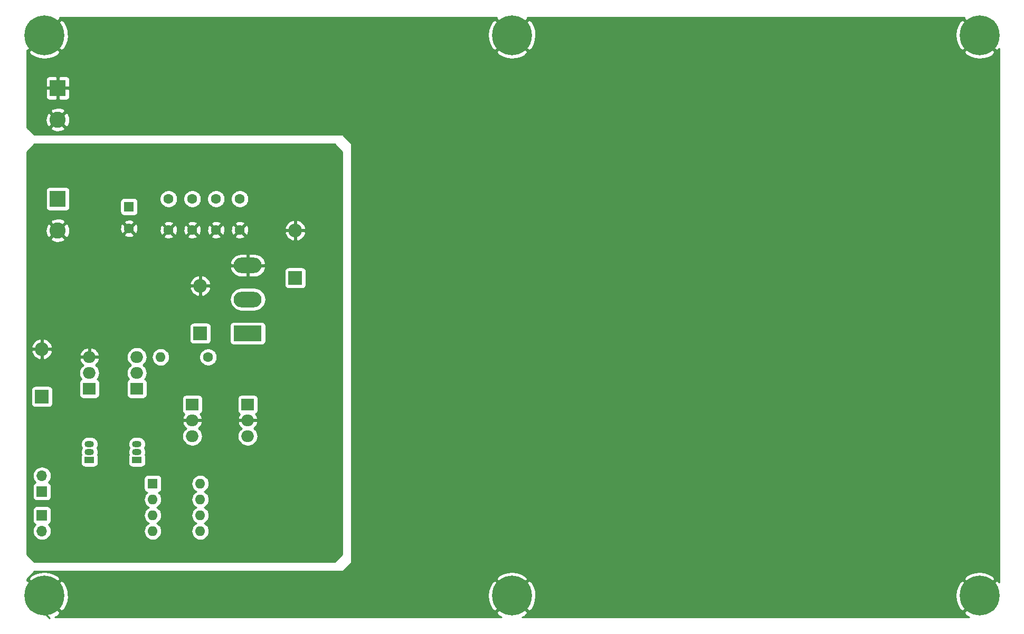
<source format=gbr>
G04 #@! TF.GenerationSoftware,KiCad,Pcbnew,(5.1.2)-1*
G04 #@! TF.CreationDate,2020-04-13T00:24:57+02:00*
G04 #@! TF.ProjectId,Plasma-PSU_PCB-B_Flyback-HV,506c6173-6d61-42d5-9053-555f5043422d,0.0.1*
G04 #@! TF.SameCoordinates,Original*
G04 #@! TF.FileFunction,Copper,L2,Bot*
G04 #@! TF.FilePolarity,Positive*
%FSLAX46Y46*%
G04 Gerber Fmt 4.6, Leading zero omitted, Abs format (unit mm)*
G04 Created by KiCad (PCBNEW (5.1.2)-1) date 2020-04-13 00:24:57*
%MOMM*%
%LPD*%
G04 APERTURE LIST*
%ADD10C,0.800000*%
%ADD11C,6.400000*%
%ADD12O,1.500000X1.050000*%
%ADD13R,1.500000X1.050000*%
%ADD14R,1.600000X1.600000*%
%ADD15C,1.600000*%
%ADD16O,2.200000X2.200000*%
%ADD17R,2.200000X2.200000*%
%ADD18O,1.700000X1.700000*%
%ADD19R,1.700000X1.700000*%
%ADD20R,2.600000X2.600000*%
%ADD21C,2.600000*%
%ADD22R,2.000000X1.905000*%
%ADD23O,2.000000X1.905000*%
%ADD24R,4.500000X2.500000*%
%ADD25O,4.500000X2.500000*%
%ADD26O,1.600000X1.600000*%
%ADD27C,0.250000*%
%ADD28C,0.254000*%
G04 APERTURE END LIST*
D10*
X131697056Y-143302944D03*
X130000000Y-142600000D03*
X128302944Y-143302944D03*
X127600000Y-145000000D03*
X128302944Y-146697056D03*
X130000000Y-147400000D03*
X131697056Y-146697056D03*
X132400000Y-145000000D03*
D11*
X130000000Y-145000000D03*
D12*
X69850000Y-121920000D03*
X69850000Y-120650000D03*
D13*
X69850000Y-123190000D03*
X62230000Y-123190000D03*
D12*
X62230000Y-120650000D03*
X62230000Y-121920000D03*
D14*
X68580000Y-82550000D03*
D15*
X68580000Y-86050000D03*
X74930000Y-86280000D03*
X74930000Y-81280000D03*
X78740000Y-81280000D03*
X78740000Y-86280000D03*
X82550000Y-86280000D03*
X82550000Y-81280000D03*
X86360000Y-81280000D03*
X86360000Y-86280000D03*
D16*
X54610000Y-105410000D03*
D17*
X54610000Y-113030000D03*
X80010000Y-102870000D03*
D16*
X80010000Y-95250000D03*
D17*
X95250000Y-93980000D03*
D16*
X95250000Y-86360000D03*
D18*
X54610000Y-125730000D03*
D19*
X54610000Y-128270000D03*
D20*
X57150000Y-81280000D03*
D21*
X57150000Y-86360000D03*
D19*
X54610000Y-132080000D03*
D18*
X54610000Y-134620000D03*
D22*
X69850000Y-111760000D03*
D23*
X69850000Y-109220000D03*
X69850000Y-106680000D03*
X62230000Y-106680000D03*
X62230000Y-109220000D03*
D22*
X62230000Y-111760000D03*
D24*
X87630000Y-102870000D03*
D25*
X87630000Y-97420000D03*
X87630000Y-91970000D03*
D26*
X73660000Y-106680000D03*
D15*
X81280000Y-106680000D03*
D14*
X72390000Y-127000000D03*
D26*
X80010000Y-134620000D03*
X72390000Y-129540000D03*
X80010000Y-132080000D03*
X72390000Y-132080000D03*
X80010000Y-129540000D03*
X72390000Y-134620000D03*
X80010000Y-127000000D03*
D23*
X78740000Y-119380000D03*
X78740000Y-116840000D03*
D22*
X78740000Y-114300000D03*
X87630000Y-114300000D03*
D23*
X87630000Y-116840000D03*
X87630000Y-119380000D03*
D11*
X55000000Y-55000000D03*
D10*
X57400000Y-55000000D03*
X56697056Y-56697056D03*
X55000000Y-57400000D03*
X53302944Y-56697056D03*
X52600000Y-55000000D03*
X53302944Y-53302944D03*
X55000000Y-52600000D03*
X56697056Y-53302944D03*
X56697056Y-143302944D03*
X55000000Y-142600000D03*
X53302944Y-143302944D03*
X52600000Y-145000000D03*
X53302944Y-146697056D03*
X55000000Y-147400000D03*
X56697056Y-146697056D03*
X57400000Y-145000000D03*
D11*
X55000000Y-145000000D03*
X130000000Y-55000000D03*
D10*
X132400000Y-55000000D03*
X131697056Y-56697056D03*
X130000000Y-57400000D03*
X128302944Y-56697056D03*
X127600000Y-55000000D03*
X128302944Y-53302944D03*
X130000000Y-52600000D03*
X131697056Y-53302944D03*
D11*
X205000000Y-55000000D03*
D10*
X207400000Y-55000000D03*
X206697056Y-56697056D03*
X205000000Y-57400000D03*
X203302944Y-56697056D03*
X202600000Y-55000000D03*
X203302944Y-53302944D03*
X205000000Y-52600000D03*
X206697056Y-53302944D03*
X206697056Y-143302944D03*
X205000000Y-142600000D03*
X203302944Y-143302944D03*
X202600000Y-145000000D03*
X203302944Y-146697056D03*
X205000000Y-147400000D03*
X206697056Y-146697056D03*
X207400000Y-145000000D03*
D11*
X205000000Y-145000000D03*
D20*
X57150000Y-63500000D03*
D21*
X57150000Y-68580000D03*
D27*
X55000000Y-145000000D02*
X55000000Y-147710000D01*
X55000000Y-147710000D02*
X55880000Y-148590000D01*
D28*
G36*
X127478724Y-52299119D02*
G01*
X130000000Y-54820395D01*
X132521276Y-52299119D01*
X132446160Y-52197000D01*
X202553840Y-52197000D01*
X202478724Y-52299119D01*
X205000000Y-54820395D01*
X205014143Y-54806253D01*
X205193748Y-54985858D01*
X205179605Y-55000000D01*
X207700881Y-57521276D01*
X208153000Y-57188707D01*
X208153000Y-142811293D01*
X207700881Y-142478724D01*
X205179605Y-145000000D01*
X205193748Y-145014143D01*
X205014143Y-145193748D01*
X205000000Y-145179605D01*
X202478724Y-147700881D01*
X202838912Y-148190548D01*
X203340992Y-148463000D01*
X131654424Y-148463000D01*
X132120670Y-148217555D01*
X132161088Y-148190548D01*
X132521276Y-147700881D01*
X130000000Y-145179605D01*
X127478724Y-147700881D01*
X127838912Y-148190548D01*
X128340992Y-148463000D01*
X56654424Y-148463000D01*
X57120670Y-148217555D01*
X57161088Y-148190548D01*
X57521276Y-147700881D01*
X55000000Y-145179605D01*
X54985858Y-145193748D01*
X54806253Y-145014143D01*
X54820395Y-145000000D01*
X55179605Y-145000000D01*
X57700881Y-147521276D01*
X58190548Y-147161088D01*
X58550849Y-146497118D01*
X58774694Y-145775615D01*
X58853480Y-145024305D01*
X58849002Y-144975695D01*
X126146520Y-144975695D01*
X126215822Y-145727938D01*
X126430548Y-146452208D01*
X126782445Y-147120670D01*
X126809452Y-147161088D01*
X127299119Y-147521276D01*
X129820395Y-145000000D01*
X130179605Y-145000000D01*
X132700881Y-147521276D01*
X133190548Y-147161088D01*
X133550849Y-146497118D01*
X133774694Y-145775615D01*
X133853480Y-145024305D01*
X133849002Y-144975695D01*
X201146520Y-144975695D01*
X201215822Y-145727938D01*
X201430548Y-146452208D01*
X201782445Y-147120670D01*
X201809452Y-147161088D01*
X202299119Y-147521276D01*
X204820395Y-145000000D01*
X202299119Y-142478724D01*
X201809452Y-142838912D01*
X201449151Y-143502882D01*
X201225306Y-144224385D01*
X201146520Y-144975695D01*
X133849002Y-144975695D01*
X133784178Y-144272062D01*
X133569452Y-143547792D01*
X133217555Y-142879330D01*
X133190548Y-142838912D01*
X132700881Y-142478724D01*
X130179605Y-145000000D01*
X129820395Y-145000000D01*
X127299119Y-142478724D01*
X126809452Y-142838912D01*
X126449151Y-143502882D01*
X126225306Y-144224385D01*
X126146520Y-144975695D01*
X58849002Y-144975695D01*
X58784178Y-144272062D01*
X58569452Y-143547792D01*
X58217555Y-142879330D01*
X58190548Y-142838912D01*
X57700881Y-142478724D01*
X55179605Y-145000000D01*
X54820395Y-145000000D01*
X52299119Y-142478724D01*
X52197000Y-142553840D01*
X52197000Y-142299119D01*
X52478724Y-142299119D01*
X55000000Y-144820395D01*
X57521276Y-142299119D01*
X127478724Y-142299119D01*
X130000000Y-144820395D01*
X132521276Y-142299119D01*
X202478724Y-142299119D01*
X205000000Y-144820395D01*
X207521276Y-142299119D01*
X207161088Y-141809452D01*
X206497118Y-141449151D01*
X205775615Y-141225306D01*
X205024305Y-141146520D01*
X204272062Y-141215822D01*
X203547792Y-141430548D01*
X202879330Y-141782445D01*
X202838912Y-141809452D01*
X202478724Y-142299119D01*
X132521276Y-142299119D01*
X132161088Y-141809452D01*
X131497118Y-141449151D01*
X130775615Y-141225306D01*
X130024305Y-141146520D01*
X129272062Y-141215822D01*
X128547792Y-141430548D01*
X127879330Y-141782445D01*
X127838912Y-141809452D01*
X127478724Y-142299119D01*
X57521276Y-142299119D01*
X57161088Y-141809452D01*
X56497118Y-141449151D01*
X55775615Y-141225306D01*
X55024305Y-141146520D01*
X54272062Y-141215822D01*
X53547792Y-141430548D01*
X52879330Y-141782445D01*
X52838912Y-141809452D01*
X52478724Y-142299119D01*
X52197000Y-142299119D01*
X52197000Y-142292606D01*
X53392647Y-141096959D01*
X102870100Y-141057924D01*
X102894875Y-141055464D01*
X102918693Y-141048218D01*
X102940641Y-141036465D01*
X102958389Y-141022119D01*
X104228389Y-139791195D01*
X104244481Y-139772199D01*
X104256559Y-139750428D01*
X104264157Y-139726719D01*
X104267000Y-139700000D01*
X104267000Y-72390000D01*
X104264560Y-72365224D01*
X104257333Y-72341399D01*
X104245597Y-72319443D01*
X104229803Y-72300197D01*
X102959803Y-71030197D01*
X102940557Y-71014403D01*
X102918601Y-71002667D01*
X102894776Y-70995440D01*
X102870000Y-70993000D01*
X53392606Y-70993000D01*
X52328830Y-69929224D01*
X55980381Y-69929224D01*
X56112317Y-70224312D01*
X56453045Y-70395159D01*
X56820557Y-70496250D01*
X57200729Y-70523701D01*
X57578951Y-70476457D01*
X57940690Y-70356333D01*
X58187683Y-70224312D01*
X58319619Y-69929224D01*
X57150000Y-68759605D01*
X55980381Y-69929224D01*
X52328830Y-69929224D01*
X52197000Y-69797394D01*
X52197000Y-68630729D01*
X55206299Y-68630729D01*
X55253543Y-69008951D01*
X55373667Y-69370690D01*
X55505688Y-69617683D01*
X55800776Y-69749619D01*
X56970395Y-68580000D01*
X57329605Y-68580000D01*
X58499224Y-69749619D01*
X58794312Y-69617683D01*
X58965159Y-69276955D01*
X59066250Y-68909443D01*
X59093701Y-68529271D01*
X59046457Y-68151049D01*
X58926333Y-67789310D01*
X58794312Y-67542317D01*
X58499224Y-67410381D01*
X57329605Y-68580000D01*
X56970395Y-68580000D01*
X55800776Y-67410381D01*
X55505688Y-67542317D01*
X55334841Y-67883045D01*
X55233750Y-68250557D01*
X55206299Y-68630729D01*
X52197000Y-68630729D01*
X52197000Y-67230776D01*
X55980381Y-67230776D01*
X57150000Y-68400395D01*
X58319619Y-67230776D01*
X58187683Y-66935688D01*
X57846955Y-66764841D01*
X57479443Y-66663750D01*
X57099271Y-66636299D01*
X56721049Y-66683543D01*
X56359310Y-66803667D01*
X56112317Y-66935688D01*
X55980381Y-67230776D01*
X52197000Y-67230776D01*
X52197000Y-64800000D01*
X55211928Y-64800000D01*
X55224188Y-64924482D01*
X55260498Y-65044180D01*
X55319463Y-65154494D01*
X55398815Y-65251185D01*
X55495506Y-65330537D01*
X55605820Y-65389502D01*
X55725518Y-65425812D01*
X55850000Y-65438072D01*
X56864250Y-65435000D01*
X57023000Y-65276250D01*
X57023000Y-63627000D01*
X57277000Y-63627000D01*
X57277000Y-65276250D01*
X57435750Y-65435000D01*
X58450000Y-65438072D01*
X58574482Y-65425812D01*
X58694180Y-65389502D01*
X58804494Y-65330537D01*
X58901185Y-65251185D01*
X58980537Y-65154494D01*
X59039502Y-65044180D01*
X59075812Y-64924482D01*
X59088072Y-64800000D01*
X59085000Y-63785750D01*
X58926250Y-63627000D01*
X57277000Y-63627000D01*
X57023000Y-63627000D01*
X55373750Y-63627000D01*
X55215000Y-63785750D01*
X55211928Y-64800000D01*
X52197000Y-64800000D01*
X52197000Y-62200000D01*
X55211928Y-62200000D01*
X55215000Y-63214250D01*
X55373750Y-63373000D01*
X57023000Y-63373000D01*
X57023000Y-61723750D01*
X57277000Y-61723750D01*
X57277000Y-63373000D01*
X58926250Y-63373000D01*
X59085000Y-63214250D01*
X59088072Y-62200000D01*
X59075812Y-62075518D01*
X59039502Y-61955820D01*
X58980537Y-61845506D01*
X58901185Y-61748815D01*
X58804494Y-61669463D01*
X58694180Y-61610498D01*
X58574482Y-61574188D01*
X58450000Y-61561928D01*
X57435750Y-61565000D01*
X57277000Y-61723750D01*
X57023000Y-61723750D01*
X56864250Y-61565000D01*
X55850000Y-61561928D01*
X55725518Y-61574188D01*
X55605820Y-61610498D01*
X55495506Y-61669463D01*
X55398815Y-61748815D01*
X55319463Y-61845506D01*
X55260498Y-61955820D01*
X55224188Y-62075518D01*
X55211928Y-62200000D01*
X52197000Y-62200000D01*
X52197000Y-57700881D01*
X52478724Y-57700881D01*
X52838912Y-58190548D01*
X53502882Y-58550849D01*
X54224385Y-58774694D01*
X54975695Y-58853480D01*
X55727938Y-58784178D01*
X56452208Y-58569452D01*
X57120670Y-58217555D01*
X57161088Y-58190548D01*
X57521276Y-57700881D01*
X127478724Y-57700881D01*
X127838912Y-58190548D01*
X128502882Y-58550849D01*
X129224385Y-58774694D01*
X129975695Y-58853480D01*
X130727938Y-58784178D01*
X131452208Y-58569452D01*
X132120670Y-58217555D01*
X132161088Y-58190548D01*
X132521276Y-57700881D01*
X202478724Y-57700881D01*
X202838912Y-58190548D01*
X203502882Y-58550849D01*
X204224385Y-58774694D01*
X204975695Y-58853480D01*
X205727938Y-58784178D01*
X206452208Y-58569452D01*
X207120670Y-58217555D01*
X207161088Y-58190548D01*
X207521276Y-57700881D01*
X205000000Y-55179605D01*
X202478724Y-57700881D01*
X132521276Y-57700881D01*
X130000000Y-55179605D01*
X127478724Y-57700881D01*
X57521276Y-57700881D01*
X55000000Y-55179605D01*
X52478724Y-57700881D01*
X52197000Y-57700881D01*
X52197000Y-57446160D01*
X52299119Y-57521276D01*
X54820395Y-55000000D01*
X55179605Y-55000000D01*
X57700881Y-57521276D01*
X58190548Y-57161088D01*
X58550849Y-56497118D01*
X58774694Y-55775615D01*
X58853480Y-55024305D01*
X58849002Y-54975695D01*
X126146520Y-54975695D01*
X126215822Y-55727938D01*
X126430548Y-56452208D01*
X126782445Y-57120670D01*
X126809452Y-57161088D01*
X127299119Y-57521276D01*
X129820395Y-55000000D01*
X130179605Y-55000000D01*
X132700881Y-57521276D01*
X133190548Y-57161088D01*
X133550849Y-56497118D01*
X133774694Y-55775615D01*
X133853480Y-55024305D01*
X133849002Y-54975695D01*
X201146520Y-54975695D01*
X201215822Y-55727938D01*
X201430548Y-56452208D01*
X201782445Y-57120670D01*
X201809452Y-57161088D01*
X202299119Y-57521276D01*
X204820395Y-55000000D01*
X202299119Y-52478724D01*
X201809452Y-52838912D01*
X201449151Y-53502882D01*
X201225306Y-54224385D01*
X201146520Y-54975695D01*
X133849002Y-54975695D01*
X133784178Y-54272062D01*
X133569452Y-53547792D01*
X133217555Y-52879330D01*
X133190548Y-52838912D01*
X132700881Y-52478724D01*
X130179605Y-55000000D01*
X129820395Y-55000000D01*
X127299119Y-52478724D01*
X126809452Y-52838912D01*
X126449151Y-53502882D01*
X126225306Y-54224385D01*
X126146520Y-54975695D01*
X58849002Y-54975695D01*
X58784178Y-54272062D01*
X58569452Y-53547792D01*
X58217555Y-52879330D01*
X58190548Y-52838912D01*
X57700881Y-52478724D01*
X55179605Y-55000000D01*
X54820395Y-55000000D01*
X54806253Y-54985858D01*
X54985858Y-54806253D01*
X55000000Y-54820395D01*
X57521276Y-52299119D01*
X57446160Y-52197000D01*
X127553840Y-52197000D01*
X127478724Y-52299119D01*
X127478724Y-52299119D01*
G37*
X127478724Y-52299119D02*
X130000000Y-54820395D01*
X132521276Y-52299119D01*
X132446160Y-52197000D01*
X202553840Y-52197000D01*
X202478724Y-52299119D01*
X205000000Y-54820395D01*
X205014143Y-54806253D01*
X205193748Y-54985858D01*
X205179605Y-55000000D01*
X207700881Y-57521276D01*
X208153000Y-57188707D01*
X208153000Y-142811293D01*
X207700881Y-142478724D01*
X205179605Y-145000000D01*
X205193748Y-145014143D01*
X205014143Y-145193748D01*
X205000000Y-145179605D01*
X202478724Y-147700881D01*
X202838912Y-148190548D01*
X203340992Y-148463000D01*
X131654424Y-148463000D01*
X132120670Y-148217555D01*
X132161088Y-148190548D01*
X132521276Y-147700881D01*
X130000000Y-145179605D01*
X127478724Y-147700881D01*
X127838912Y-148190548D01*
X128340992Y-148463000D01*
X56654424Y-148463000D01*
X57120670Y-148217555D01*
X57161088Y-148190548D01*
X57521276Y-147700881D01*
X55000000Y-145179605D01*
X54985858Y-145193748D01*
X54806253Y-145014143D01*
X54820395Y-145000000D01*
X55179605Y-145000000D01*
X57700881Y-147521276D01*
X58190548Y-147161088D01*
X58550849Y-146497118D01*
X58774694Y-145775615D01*
X58853480Y-145024305D01*
X58849002Y-144975695D01*
X126146520Y-144975695D01*
X126215822Y-145727938D01*
X126430548Y-146452208D01*
X126782445Y-147120670D01*
X126809452Y-147161088D01*
X127299119Y-147521276D01*
X129820395Y-145000000D01*
X130179605Y-145000000D01*
X132700881Y-147521276D01*
X133190548Y-147161088D01*
X133550849Y-146497118D01*
X133774694Y-145775615D01*
X133853480Y-145024305D01*
X133849002Y-144975695D01*
X201146520Y-144975695D01*
X201215822Y-145727938D01*
X201430548Y-146452208D01*
X201782445Y-147120670D01*
X201809452Y-147161088D01*
X202299119Y-147521276D01*
X204820395Y-145000000D01*
X202299119Y-142478724D01*
X201809452Y-142838912D01*
X201449151Y-143502882D01*
X201225306Y-144224385D01*
X201146520Y-144975695D01*
X133849002Y-144975695D01*
X133784178Y-144272062D01*
X133569452Y-143547792D01*
X133217555Y-142879330D01*
X133190548Y-142838912D01*
X132700881Y-142478724D01*
X130179605Y-145000000D01*
X129820395Y-145000000D01*
X127299119Y-142478724D01*
X126809452Y-142838912D01*
X126449151Y-143502882D01*
X126225306Y-144224385D01*
X126146520Y-144975695D01*
X58849002Y-144975695D01*
X58784178Y-144272062D01*
X58569452Y-143547792D01*
X58217555Y-142879330D01*
X58190548Y-142838912D01*
X57700881Y-142478724D01*
X55179605Y-145000000D01*
X54820395Y-145000000D01*
X52299119Y-142478724D01*
X52197000Y-142553840D01*
X52197000Y-142299119D01*
X52478724Y-142299119D01*
X55000000Y-144820395D01*
X57521276Y-142299119D01*
X127478724Y-142299119D01*
X130000000Y-144820395D01*
X132521276Y-142299119D01*
X202478724Y-142299119D01*
X205000000Y-144820395D01*
X207521276Y-142299119D01*
X207161088Y-141809452D01*
X206497118Y-141449151D01*
X205775615Y-141225306D01*
X205024305Y-141146520D01*
X204272062Y-141215822D01*
X203547792Y-141430548D01*
X202879330Y-141782445D01*
X202838912Y-141809452D01*
X202478724Y-142299119D01*
X132521276Y-142299119D01*
X132161088Y-141809452D01*
X131497118Y-141449151D01*
X130775615Y-141225306D01*
X130024305Y-141146520D01*
X129272062Y-141215822D01*
X128547792Y-141430548D01*
X127879330Y-141782445D01*
X127838912Y-141809452D01*
X127478724Y-142299119D01*
X57521276Y-142299119D01*
X57161088Y-141809452D01*
X56497118Y-141449151D01*
X55775615Y-141225306D01*
X55024305Y-141146520D01*
X54272062Y-141215822D01*
X53547792Y-141430548D01*
X52879330Y-141782445D01*
X52838912Y-141809452D01*
X52478724Y-142299119D01*
X52197000Y-142299119D01*
X52197000Y-142292606D01*
X53392647Y-141096959D01*
X102870100Y-141057924D01*
X102894875Y-141055464D01*
X102918693Y-141048218D01*
X102940641Y-141036465D01*
X102958389Y-141022119D01*
X104228389Y-139791195D01*
X104244481Y-139772199D01*
X104256559Y-139750428D01*
X104264157Y-139726719D01*
X104267000Y-139700000D01*
X104267000Y-72390000D01*
X104264560Y-72365224D01*
X104257333Y-72341399D01*
X104245597Y-72319443D01*
X104229803Y-72300197D01*
X102959803Y-71030197D01*
X102940557Y-71014403D01*
X102918601Y-71002667D01*
X102894776Y-70995440D01*
X102870000Y-70993000D01*
X53392606Y-70993000D01*
X52328830Y-69929224D01*
X55980381Y-69929224D01*
X56112317Y-70224312D01*
X56453045Y-70395159D01*
X56820557Y-70496250D01*
X57200729Y-70523701D01*
X57578951Y-70476457D01*
X57940690Y-70356333D01*
X58187683Y-70224312D01*
X58319619Y-69929224D01*
X57150000Y-68759605D01*
X55980381Y-69929224D01*
X52328830Y-69929224D01*
X52197000Y-69797394D01*
X52197000Y-68630729D01*
X55206299Y-68630729D01*
X55253543Y-69008951D01*
X55373667Y-69370690D01*
X55505688Y-69617683D01*
X55800776Y-69749619D01*
X56970395Y-68580000D01*
X57329605Y-68580000D01*
X58499224Y-69749619D01*
X58794312Y-69617683D01*
X58965159Y-69276955D01*
X59066250Y-68909443D01*
X59093701Y-68529271D01*
X59046457Y-68151049D01*
X58926333Y-67789310D01*
X58794312Y-67542317D01*
X58499224Y-67410381D01*
X57329605Y-68580000D01*
X56970395Y-68580000D01*
X55800776Y-67410381D01*
X55505688Y-67542317D01*
X55334841Y-67883045D01*
X55233750Y-68250557D01*
X55206299Y-68630729D01*
X52197000Y-68630729D01*
X52197000Y-67230776D01*
X55980381Y-67230776D01*
X57150000Y-68400395D01*
X58319619Y-67230776D01*
X58187683Y-66935688D01*
X57846955Y-66764841D01*
X57479443Y-66663750D01*
X57099271Y-66636299D01*
X56721049Y-66683543D01*
X56359310Y-66803667D01*
X56112317Y-66935688D01*
X55980381Y-67230776D01*
X52197000Y-67230776D01*
X52197000Y-64800000D01*
X55211928Y-64800000D01*
X55224188Y-64924482D01*
X55260498Y-65044180D01*
X55319463Y-65154494D01*
X55398815Y-65251185D01*
X55495506Y-65330537D01*
X55605820Y-65389502D01*
X55725518Y-65425812D01*
X55850000Y-65438072D01*
X56864250Y-65435000D01*
X57023000Y-65276250D01*
X57023000Y-63627000D01*
X57277000Y-63627000D01*
X57277000Y-65276250D01*
X57435750Y-65435000D01*
X58450000Y-65438072D01*
X58574482Y-65425812D01*
X58694180Y-65389502D01*
X58804494Y-65330537D01*
X58901185Y-65251185D01*
X58980537Y-65154494D01*
X59039502Y-65044180D01*
X59075812Y-64924482D01*
X59088072Y-64800000D01*
X59085000Y-63785750D01*
X58926250Y-63627000D01*
X57277000Y-63627000D01*
X57023000Y-63627000D01*
X55373750Y-63627000D01*
X55215000Y-63785750D01*
X55211928Y-64800000D01*
X52197000Y-64800000D01*
X52197000Y-62200000D01*
X55211928Y-62200000D01*
X55215000Y-63214250D01*
X55373750Y-63373000D01*
X57023000Y-63373000D01*
X57023000Y-61723750D01*
X57277000Y-61723750D01*
X57277000Y-63373000D01*
X58926250Y-63373000D01*
X59085000Y-63214250D01*
X59088072Y-62200000D01*
X59075812Y-62075518D01*
X59039502Y-61955820D01*
X58980537Y-61845506D01*
X58901185Y-61748815D01*
X58804494Y-61669463D01*
X58694180Y-61610498D01*
X58574482Y-61574188D01*
X58450000Y-61561928D01*
X57435750Y-61565000D01*
X57277000Y-61723750D01*
X57023000Y-61723750D01*
X56864250Y-61565000D01*
X55850000Y-61561928D01*
X55725518Y-61574188D01*
X55605820Y-61610498D01*
X55495506Y-61669463D01*
X55398815Y-61748815D01*
X55319463Y-61845506D01*
X55260498Y-61955820D01*
X55224188Y-62075518D01*
X55211928Y-62200000D01*
X52197000Y-62200000D01*
X52197000Y-57700881D01*
X52478724Y-57700881D01*
X52838912Y-58190548D01*
X53502882Y-58550849D01*
X54224385Y-58774694D01*
X54975695Y-58853480D01*
X55727938Y-58784178D01*
X56452208Y-58569452D01*
X57120670Y-58217555D01*
X57161088Y-58190548D01*
X57521276Y-57700881D01*
X127478724Y-57700881D01*
X127838912Y-58190548D01*
X128502882Y-58550849D01*
X129224385Y-58774694D01*
X129975695Y-58853480D01*
X130727938Y-58784178D01*
X131452208Y-58569452D01*
X132120670Y-58217555D01*
X132161088Y-58190548D01*
X132521276Y-57700881D01*
X202478724Y-57700881D01*
X202838912Y-58190548D01*
X203502882Y-58550849D01*
X204224385Y-58774694D01*
X204975695Y-58853480D01*
X205727938Y-58784178D01*
X206452208Y-58569452D01*
X207120670Y-58217555D01*
X207161088Y-58190548D01*
X207521276Y-57700881D01*
X205000000Y-55179605D01*
X202478724Y-57700881D01*
X132521276Y-57700881D01*
X130000000Y-55179605D01*
X127478724Y-57700881D01*
X57521276Y-57700881D01*
X55000000Y-55179605D01*
X52478724Y-57700881D01*
X52197000Y-57700881D01*
X52197000Y-57446160D01*
X52299119Y-57521276D01*
X54820395Y-55000000D01*
X55179605Y-55000000D01*
X57700881Y-57521276D01*
X58190548Y-57161088D01*
X58550849Y-56497118D01*
X58774694Y-55775615D01*
X58853480Y-55024305D01*
X58849002Y-54975695D01*
X126146520Y-54975695D01*
X126215822Y-55727938D01*
X126430548Y-56452208D01*
X126782445Y-57120670D01*
X126809452Y-57161088D01*
X127299119Y-57521276D01*
X129820395Y-55000000D01*
X130179605Y-55000000D01*
X132700881Y-57521276D01*
X133190548Y-57161088D01*
X133550849Y-56497118D01*
X133774694Y-55775615D01*
X133853480Y-55024305D01*
X133849002Y-54975695D01*
X201146520Y-54975695D01*
X201215822Y-55727938D01*
X201430548Y-56452208D01*
X201782445Y-57120670D01*
X201809452Y-57161088D01*
X202299119Y-57521276D01*
X204820395Y-55000000D01*
X202299119Y-52478724D01*
X201809452Y-52838912D01*
X201449151Y-53502882D01*
X201225306Y-54224385D01*
X201146520Y-54975695D01*
X133849002Y-54975695D01*
X133784178Y-54272062D01*
X133569452Y-53547792D01*
X133217555Y-52879330D01*
X133190548Y-52838912D01*
X132700881Y-52478724D01*
X130179605Y-55000000D01*
X129820395Y-55000000D01*
X127299119Y-52478724D01*
X126809452Y-52838912D01*
X126449151Y-53502882D01*
X126225306Y-54224385D01*
X126146520Y-54975695D01*
X58849002Y-54975695D01*
X58784178Y-54272062D01*
X58569452Y-53547792D01*
X58217555Y-52879330D01*
X58190548Y-52838912D01*
X57700881Y-52478724D01*
X55179605Y-55000000D01*
X54820395Y-55000000D01*
X54806253Y-54985858D01*
X54985858Y-54806253D01*
X55000000Y-54820395D01*
X57521276Y-52299119D01*
X57446160Y-52197000D01*
X127553840Y-52197000D01*
X127478724Y-52299119D01*
G36*
X102743000Y-73712606D02*
G01*
X102743000Y-138377394D01*
X101547394Y-139573000D01*
X53392606Y-139573000D01*
X52197000Y-138377394D01*
X52197000Y-134620000D01*
X53117815Y-134620000D01*
X53146487Y-134911111D01*
X53231401Y-135191034D01*
X53369294Y-135449014D01*
X53554866Y-135675134D01*
X53780986Y-135860706D01*
X54038966Y-135998599D01*
X54318889Y-136083513D01*
X54537050Y-136105000D01*
X54682950Y-136105000D01*
X54901111Y-136083513D01*
X55181034Y-135998599D01*
X55439014Y-135860706D01*
X55665134Y-135675134D01*
X55850706Y-135449014D01*
X55988599Y-135191034D01*
X56073513Y-134911111D01*
X56102185Y-134620000D01*
X56073513Y-134328889D01*
X55988599Y-134048966D01*
X55850706Y-133790986D01*
X55665134Y-133564866D01*
X55635313Y-133540393D01*
X55704180Y-133519502D01*
X55814494Y-133460537D01*
X55911185Y-133381185D01*
X55990537Y-133284494D01*
X56049502Y-133174180D01*
X56085812Y-133054482D01*
X56098072Y-132930000D01*
X56098072Y-131230000D01*
X56085812Y-131105518D01*
X56049502Y-130985820D01*
X55990537Y-130875506D01*
X55911185Y-130778815D01*
X55814494Y-130699463D01*
X55704180Y-130640498D01*
X55584482Y-130604188D01*
X55460000Y-130591928D01*
X53760000Y-130591928D01*
X53635518Y-130604188D01*
X53515820Y-130640498D01*
X53405506Y-130699463D01*
X53308815Y-130778815D01*
X53229463Y-130875506D01*
X53170498Y-130985820D01*
X53134188Y-131105518D01*
X53121928Y-131230000D01*
X53121928Y-132930000D01*
X53134188Y-133054482D01*
X53170498Y-133174180D01*
X53229463Y-133284494D01*
X53308815Y-133381185D01*
X53405506Y-133460537D01*
X53515820Y-133519502D01*
X53584687Y-133540393D01*
X53554866Y-133564866D01*
X53369294Y-133790986D01*
X53231401Y-134048966D01*
X53146487Y-134328889D01*
X53117815Y-134620000D01*
X52197000Y-134620000D01*
X52197000Y-125730000D01*
X53117815Y-125730000D01*
X53146487Y-126021111D01*
X53231401Y-126301034D01*
X53369294Y-126559014D01*
X53554866Y-126785134D01*
X53584687Y-126809607D01*
X53515820Y-126830498D01*
X53405506Y-126889463D01*
X53308815Y-126968815D01*
X53229463Y-127065506D01*
X53170498Y-127175820D01*
X53134188Y-127295518D01*
X53121928Y-127420000D01*
X53121928Y-129120000D01*
X53134188Y-129244482D01*
X53170498Y-129364180D01*
X53229463Y-129474494D01*
X53308815Y-129571185D01*
X53405506Y-129650537D01*
X53515820Y-129709502D01*
X53635518Y-129745812D01*
X53760000Y-129758072D01*
X55460000Y-129758072D01*
X55584482Y-129745812D01*
X55704180Y-129709502D01*
X55814494Y-129650537D01*
X55911185Y-129571185D01*
X55936777Y-129540000D01*
X70948057Y-129540000D01*
X70975764Y-129821309D01*
X71057818Y-130091808D01*
X71191068Y-130341101D01*
X71370392Y-130559608D01*
X71588899Y-130738932D01*
X71721858Y-130810000D01*
X71588899Y-130881068D01*
X71370392Y-131060392D01*
X71191068Y-131278899D01*
X71057818Y-131528192D01*
X70975764Y-131798691D01*
X70948057Y-132080000D01*
X70975764Y-132361309D01*
X71057818Y-132631808D01*
X71191068Y-132881101D01*
X71370392Y-133099608D01*
X71588899Y-133278932D01*
X71721858Y-133350000D01*
X71588899Y-133421068D01*
X71370392Y-133600392D01*
X71191068Y-133818899D01*
X71057818Y-134068192D01*
X70975764Y-134338691D01*
X70948057Y-134620000D01*
X70975764Y-134901309D01*
X71057818Y-135171808D01*
X71191068Y-135421101D01*
X71370392Y-135639608D01*
X71588899Y-135818932D01*
X71838192Y-135952182D01*
X72108691Y-136034236D01*
X72319508Y-136055000D01*
X72460492Y-136055000D01*
X72671309Y-136034236D01*
X72941808Y-135952182D01*
X73191101Y-135818932D01*
X73409608Y-135639608D01*
X73588932Y-135421101D01*
X73722182Y-135171808D01*
X73804236Y-134901309D01*
X73831943Y-134620000D01*
X73804236Y-134338691D01*
X73722182Y-134068192D01*
X73588932Y-133818899D01*
X73409608Y-133600392D01*
X73191101Y-133421068D01*
X73058142Y-133350000D01*
X73191101Y-133278932D01*
X73409608Y-133099608D01*
X73588932Y-132881101D01*
X73722182Y-132631808D01*
X73804236Y-132361309D01*
X73831943Y-132080000D01*
X73804236Y-131798691D01*
X73722182Y-131528192D01*
X73588932Y-131278899D01*
X73409608Y-131060392D01*
X73191101Y-130881068D01*
X73058142Y-130810000D01*
X73191101Y-130738932D01*
X73409608Y-130559608D01*
X73588932Y-130341101D01*
X73722182Y-130091808D01*
X73804236Y-129821309D01*
X73831943Y-129540000D01*
X73804236Y-129258691D01*
X73722182Y-128988192D01*
X73588932Y-128738899D01*
X73409608Y-128520392D01*
X73296518Y-128427581D01*
X73314482Y-128425812D01*
X73434180Y-128389502D01*
X73544494Y-128330537D01*
X73641185Y-128251185D01*
X73720537Y-128154494D01*
X73779502Y-128044180D01*
X73815812Y-127924482D01*
X73828072Y-127800000D01*
X73828072Y-127000000D01*
X78568057Y-127000000D01*
X78595764Y-127281309D01*
X78677818Y-127551808D01*
X78811068Y-127801101D01*
X78990392Y-128019608D01*
X79208899Y-128198932D01*
X79341858Y-128270000D01*
X79208899Y-128341068D01*
X78990392Y-128520392D01*
X78811068Y-128738899D01*
X78677818Y-128988192D01*
X78595764Y-129258691D01*
X78568057Y-129540000D01*
X78595764Y-129821309D01*
X78677818Y-130091808D01*
X78811068Y-130341101D01*
X78990392Y-130559608D01*
X79208899Y-130738932D01*
X79341858Y-130810000D01*
X79208899Y-130881068D01*
X78990392Y-131060392D01*
X78811068Y-131278899D01*
X78677818Y-131528192D01*
X78595764Y-131798691D01*
X78568057Y-132080000D01*
X78595764Y-132361309D01*
X78677818Y-132631808D01*
X78811068Y-132881101D01*
X78990392Y-133099608D01*
X79208899Y-133278932D01*
X79341858Y-133350000D01*
X79208899Y-133421068D01*
X78990392Y-133600392D01*
X78811068Y-133818899D01*
X78677818Y-134068192D01*
X78595764Y-134338691D01*
X78568057Y-134620000D01*
X78595764Y-134901309D01*
X78677818Y-135171808D01*
X78811068Y-135421101D01*
X78990392Y-135639608D01*
X79208899Y-135818932D01*
X79458192Y-135952182D01*
X79728691Y-136034236D01*
X79939508Y-136055000D01*
X80080492Y-136055000D01*
X80291309Y-136034236D01*
X80561808Y-135952182D01*
X80811101Y-135818932D01*
X81029608Y-135639608D01*
X81208932Y-135421101D01*
X81342182Y-135171808D01*
X81424236Y-134901309D01*
X81451943Y-134620000D01*
X81424236Y-134338691D01*
X81342182Y-134068192D01*
X81208932Y-133818899D01*
X81029608Y-133600392D01*
X80811101Y-133421068D01*
X80678142Y-133350000D01*
X80811101Y-133278932D01*
X81029608Y-133099608D01*
X81208932Y-132881101D01*
X81342182Y-132631808D01*
X81424236Y-132361309D01*
X81451943Y-132080000D01*
X81424236Y-131798691D01*
X81342182Y-131528192D01*
X81208932Y-131278899D01*
X81029608Y-131060392D01*
X80811101Y-130881068D01*
X80678142Y-130810000D01*
X80811101Y-130738932D01*
X81029608Y-130559608D01*
X81208932Y-130341101D01*
X81342182Y-130091808D01*
X81424236Y-129821309D01*
X81451943Y-129540000D01*
X81424236Y-129258691D01*
X81342182Y-128988192D01*
X81208932Y-128738899D01*
X81029608Y-128520392D01*
X80811101Y-128341068D01*
X80678142Y-128270000D01*
X80811101Y-128198932D01*
X81029608Y-128019608D01*
X81208932Y-127801101D01*
X81342182Y-127551808D01*
X81424236Y-127281309D01*
X81451943Y-127000000D01*
X81424236Y-126718691D01*
X81342182Y-126448192D01*
X81208932Y-126198899D01*
X81029608Y-125980392D01*
X80811101Y-125801068D01*
X80561808Y-125667818D01*
X80291309Y-125585764D01*
X80080492Y-125565000D01*
X79939508Y-125565000D01*
X79728691Y-125585764D01*
X79458192Y-125667818D01*
X79208899Y-125801068D01*
X78990392Y-125980392D01*
X78811068Y-126198899D01*
X78677818Y-126448192D01*
X78595764Y-126718691D01*
X78568057Y-127000000D01*
X73828072Y-127000000D01*
X73828072Y-126200000D01*
X73815812Y-126075518D01*
X73779502Y-125955820D01*
X73720537Y-125845506D01*
X73641185Y-125748815D01*
X73544494Y-125669463D01*
X73434180Y-125610498D01*
X73314482Y-125574188D01*
X73190000Y-125561928D01*
X71590000Y-125561928D01*
X71465518Y-125574188D01*
X71345820Y-125610498D01*
X71235506Y-125669463D01*
X71138815Y-125748815D01*
X71059463Y-125845506D01*
X71000498Y-125955820D01*
X70964188Y-126075518D01*
X70951928Y-126200000D01*
X70951928Y-127800000D01*
X70964188Y-127924482D01*
X71000498Y-128044180D01*
X71059463Y-128154494D01*
X71138815Y-128251185D01*
X71235506Y-128330537D01*
X71345820Y-128389502D01*
X71465518Y-128425812D01*
X71483482Y-128427581D01*
X71370392Y-128520392D01*
X71191068Y-128738899D01*
X71057818Y-128988192D01*
X70975764Y-129258691D01*
X70948057Y-129540000D01*
X55936777Y-129540000D01*
X55990537Y-129474494D01*
X56049502Y-129364180D01*
X56085812Y-129244482D01*
X56098072Y-129120000D01*
X56098072Y-127420000D01*
X56085812Y-127295518D01*
X56049502Y-127175820D01*
X55990537Y-127065506D01*
X55911185Y-126968815D01*
X55814494Y-126889463D01*
X55704180Y-126830498D01*
X55635313Y-126809607D01*
X55665134Y-126785134D01*
X55850706Y-126559014D01*
X55988599Y-126301034D01*
X56073513Y-126021111D01*
X56102185Y-125730000D01*
X56073513Y-125438889D01*
X55988599Y-125158966D01*
X55850706Y-124900986D01*
X55665134Y-124674866D01*
X55439014Y-124489294D01*
X55181034Y-124351401D01*
X54901111Y-124266487D01*
X54682950Y-124245000D01*
X54537050Y-124245000D01*
X54318889Y-124266487D01*
X54038966Y-124351401D01*
X53780986Y-124489294D01*
X53554866Y-124674866D01*
X53369294Y-124900986D01*
X53231401Y-125158966D01*
X53146487Y-125438889D01*
X53117815Y-125730000D01*
X52197000Y-125730000D01*
X52197000Y-120650000D01*
X60839388Y-120650000D01*
X60861785Y-120877400D01*
X60928115Y-121096060D01*
X61029105Y-121285000D01*
X60928115Y-121473940D01*
X60861785Y-121692600D01*
X60839388Y-121920000D01*
X60861785Y-122147400D01*
X60925093Y-122356098D01*
X60890498Y-122420820D01*
X60854188Y-122540518D01*
X60841928Y-122665000D01*
X60841928Y-123715000D01*
X60854188Y-123839482D01*
X60890498Y-123959180D01*
X60949463Y-124069494D01*
X61028815Y-124166185D01*
X61125506Y-124245537D01*
X61235820Y-124304502D01*
X61355518Y-124340812D01*
X61480000Y-124353072D01*
X62980000Y-124353072D01*
X63104482Y-124340812D01*
X63224180Y-124304502D01*
X63334494Y-124245537D01*
X63431185Y-124166185D01*
X63510537Y-124069494D01*
X63569502Y-123959180D01*
X63605812Y-123839482D01*
X63618072Y-123715000D01*
X63618072Y-122665000D01*
X63605812Y-122540518D01*
X63569502Y-122420820D01*
X63534907Y-122356098D01*
X63598215Y-122147400D01*
X63620612Y-121920000D01*
X63598215Y-121692600D01*
X63531885Y-121473940D01*
X63430895Y-121285000D01*
X63531885Y-121096060D01*
X63598215Y-120877400D01*
X63620612Y-120650000D01*
X68459388Y-120650000D01*
X68481785Y-120877400D01*
X68548115Y-121096060D01*
X68649105Y-121285000D01*
X68548115Y-121473940D01*
X68481785Y-121692600D01*
X68459388Y-121920000D01*
X68481785Y-122147400D01*
X68545093Y-122356098D01*
X68510498Y-122420820D01*
X68474188Y-122540518D01*
X68461928Y-122665000D01*
X68461928Y-123715000D01*
X68474188Y-123839482D01*
X68510498Y-123959180D01*
X68569463Y-124069494D01*
X68648815Y-124166185D01*
X68745506Y-124245537D01*
X68855820Y-124304502D01*
X68975518Y-124340812D01*
X69100000Y-124353072D01*
X70600000Y-124353072D01*
X70724482Y-124340812D01*
X70844180Y-124304502D01*
X70954494Y-124245537D01*
X71051185Y-124166185D01*
X71130537Y-124069494D01*
X71189502Y-123959180D01*
X71225812Y-123839482D01*
X71238072Y-123715000D01*
X71238072Y-122665000D01*
X71225812Y-122540518D01*
X71189502Y-122420820D01*
X71154907Y-122356098D01*
X71218215Y-122147400D01*
X71240612Y-121920000D01*
X71218215Y-121692600D01*
X71151885Y-121473940D01*
X71050895Y-121285000D01*
X71151885Y-121096060D01*
X71218215Y-120877400D01*
X71240612Y-120650000D01*
X71218215Y-120422600D01*
X71151885Y-120203940D01*
X71044171Y-120002421D01*
X70899212Y-119825788D01*
X70722579Y-119680829D01*
X70521060Y-119573115D01*
X70302400Y-119506785D01*
X70131979Y-119490000D01*
X69568021Y-119490000D01*
X69397600Y-119506785D01*
X69178940Y-119573115D01*
X68977421Y-119680829D01*
X68800788Y-119825788D01*
X68655829Y-120002421D01*
X68548115Y-120203940D01*
X68481785Y-120422600D01*
X68459388Y-120650000D01*
X63620612Y-120650000D01*
X63598215Y-120422600D01*
X63531885Y-120203940D01*
X63424171Y-120002421D01*
X63279212Y-119825788D01*
X63102579Y-119680829D01*
X62901060Y-119573115D01*
X62682400Y-119506785D01*
X62511979Y-119490000D01*
X61948021Y-119490000D01*
X61777600Y-119506785D01*
X61558940Y-119573115D01*
X61357421Y-119680829D01*
X61180788Y-119825788D01*
X61035829Y-120002421D01*
X60928115Y-120203940D01*
X60861785Y-120422600D01*
X60839388Y-120650000D01*
X52197000Y-120650000D01*
X52197000Y-119380000D01*
X77097319Y-119380000D01*
X77127970Y-119691204D01*
X77218745Y-119990449D01*
X77366155Y-120266235D01*
X77564537Y-120507963D01*
X77806265Y-120706345D01*
X78082051Y-120853755D01*
X78381296Y-120944530D01*
X78614514Y-120967500D01*
X78865486Y-120967500D01*
X79098704Y-120944530D01*
X79397949Y-120853755D01*
X79673735Y-120706345D01*
X79915463Y-120507963D01*
X80113845Y-120266235D01*
X80261255Y-119990449D01*
X80352030Y-119691204D01*
X80382681Y-119380000D01*
X85987319Y-119380000D01*
X86017970Y-119691204D01*
X86108745Y-119990449D01*
X86256155Y-120266235D01*
X86454537Y-120507963D01*
X86696265Y-120706345D01*
X86972051Y-120853755D01*
X87271296Y-120944530D01*
X87504514Y-120967500D01*
X87755486Y-120967500D01*
X87988704Y-120944530D01*
X88287949Y-120853755D01*
X88563735Y-120706345D01*
X88805463Y-120507963D01*
X89003845Y-120266235D01*
X89151255Y-119990449D01*
X89242030Y-119691204D01*
X89272681Y-119380000D01*
X89242030Y-119068796D01*
X89151255Y-118769551D01*
X89003845Y-118493765D01*
X88805463Y-118252037D01*
X88626101Y-118104837D01*
X88811315Y-117949437D01*
X89005969Y-117706923D01*
X89149571Y-117431094D01*
X89220563Y-117212980D01*
X89100594Y-116967000D01*
X87757000Y-116967000D01*
X87757000Y-116987000D01*
X87503000Y-116987000D01*
X87503000Y-116967000D01*
X86159406Y-116967000D01*
X86039437Y-117212980D01*
X86110429Y-117431094D01*
X86254031Y-117706923D01*
X86448685Y-117949437D01*
X86633899Y-118104837D01*
X86454537Y-118252037D01*
X86256155Y-118493765D01*
X86108745Y-118769551D01*
X86017970Y-119068796D01*
X85987319Y-119380000D01*
X80382681Y-119380000D01*
X80352030Y-119068796D01*
X80261255Y-118769551D01*
X80113845Y-118493765D01*
X79915463Y-118252037D01*
X79736101Y-118104837D01*
X79921315Y-117949437D01*
X80115969Y-117706923D01*
X80259571Y-117431094D01*
X80330563Y-117212980D01*
X80210594Y-116967000D01*
X78867000Y-116967000D01*
X78867000Y-116987000D01*
X78613000Y-116987000D01*
X78613000Y-116967000D01*
X77269406Y-116967000D01*
X77149437Y-117212980D01*
X77220429Y-117431094D01*
X77364031Y-117706923D01*
X77558685Y-117949437D01*
X77743899Y-118104837D01*
X77564537Y-118252037D01*
X77366155Y-118493765D01*
X77218745Y-118769551D01*
X77127970Y-119068796D01*
X77097319Y-119380000D01*
X52197000Y-119380000D01*
X52197000Y-111930000D01*
X52871928Y-111930000D01*
X52871928Y-114130000D01*
X52884188Y-114254482D01*
X52920498Y-114374180D01*
X52979463Y-114484494D01*
X53058815Y-114581185D01*
X53155506Y-114660537D01*
X53265820Y-114719502D01*
X53385518Y-114755812D01*
X53510000Y-114768072D01*
X55710000Y-114768072D01*
X55834482Y-114755812D01*
X55954180Y-114719502D01*
X56064494Y-114660537D01*
X56161185Y-114581185D01*
X56240537Y-114484494D01*
X56299502Y-114374180D01*
X56335812Y-114254482D01*
X56348072Y-114130000D01*
X56348072Y-111930000D01*
X56335812Y-111805518D01*
X56299502Y-111685820D01*
X56240537Y-111575506D01*
X56161185Y-111478815D01*
X56064494Y-111399463D01*
X55954180Y-111340498D01*
X55834482Y-111304188D01*
X55710000Y-111291928D01*
X53510000Y-111291928D01*
X53385518Y-111304188D01*
X53265820Y-111340498D01*
X53155506Y-111399463D01*
X53058815Y-111478815D01*
X52979463Y-111575506D01*
X52920498Y-111685820D01*
X52884188Y-111805518D01*
X52871928Y-111930000D01*
X52197000Y-111930000D01*
X52197000Y-109220000D01*
X60587319Y-109220000D01*
X60617970Y-109531204D01*
X60708745Y-109830449D01*
X60856155Y-110106235D01*
X60959446Y-110232095D01*
X60875506Y-110276963D01*
X60778815Y-110356315D01*
X60699463Y-110453006D01*
X60640498Y-110563320D01*
X60604188Y-110683018D01*
X60591928Y-110807500D01*
X60591928Y-112712500D01*
X60604188Y-112836982D01*
X60640498Y-112956680D01*
X60699463Y-113066994D01*
X60778815Y-113163685D01*
X60875506Y-113243037D01*
X60985820Y-113302002D01*
X61105518Y-113338312D01*
X61230000Y-113350572D01*
X63230000Y-113350572D01*
X63354482Y-113338312D01*
X63474180Y-113302002D01*
X63584494Y-113243037D01*
X63681185Y-113163685D01*
X63760537Y-113066994D01*
X63819502Y-112956680D01*
X63855812Y-112836982D01*
X63868072Y-112712500D01*
X63868072Y-110807500D01*
X63855812Y-110683018D01*
X63819502Y-110563320D01*
X63760537Y-110453006D01*
X63681185Y-110356315D01*
X63584494Y-110276963D01*
X63500554Y-110232095D01*
X63603845Y-110106235D01*
X63751255Y-109830449D01*
X63842030Y-109531204D01*
X63872681Y-109220000D01*
X63842030Y-108908796D01*
X63751255Y-108609551D01*
X63603845Y-108333765D01*
X63405463Y-108092037D01*
X63226101Y-107944837D01*
X63411315Y-107789437D01*
X63605969Y-107546923D01*
X63749571Y-107271094D01*
X63820563Y-107052980D01*
X63700594Y-106807000D01*
X62357000Y-106807000D01*
X62357000Y-106827000D01*
X62103000Y-106827000D01*
X62103000Y-106807000D01*
X60759406Y-106807000D01*
X60639437Y-107052980D01*
X60710429Y-107271094D01*
X60854031Y-107546923D01*
X61048685Y-107789437D01*
X61233899Y-107944837D01*
X61054537Y-108092037D01*
X60856155Y-108333765D01*
X60708745Y-108609551D01*
X60617970Y-108908796D01*
X60587319Y-109220000D01*
X52197000Y-109220000D01*
X52197000Y-105806123D01*
X52920821Y-105806123D01*
X53030558Y-106128054D01*
X53200992Y-106422391D01*
X53425573Y-106677822D01*
X53695671Y-106884531D01*
X54000906Y-107034575D01*
X54213878Y-107099175D01*
X54483000Y-106981125D01*
X54483000Y-105537000D01*
X54737000Y-105537000D01*
X54737000Y-106981125D01*
X55006122Y-107099175D01*
X55219094Y-107034575D01*
X55524329Y-106884531D01*
X55791581Y-106680000D01*
X68207319Y-106680000D01*
X68237970Y-106991204D01*
X68328745Y-107290449D01*
X68476155Y-107566235D01*
X68674537Y-107807963D01*
X68847609Y-107950000D01*
X68674537Y-108092037D01*
X68476155Y-108333765D01*
X68328745Y-108609551D01*
X68237970Y-108908796D01*
X68207319Y-109220000D01*
X68237970Y-109531204D01*
X68328745Y-109830449D01*
X68476155Y-110106235D01*
X68579446Y-110232095D01*
X68495506Y-110276963D01*
X68398815Y-110356315D01*
X68319463Y-110453006D01*
X68260498Y-110563320D01*
X68224188Y-110683018D01*
X68211928Y-110807500D01*
X68211928Y-112712500D01*
X68224188Y-112836982D01*
X68260498Y-112956680D01*
X68319463Y-113066994D01*
X68398815Y-113163685D01*
X68495506Y-113243037D01*
X68605820Y-113302002D01*
X68725518Y-113338312D01*
X68850000Y-113350572D01*
X70850000Y-113350572D01*
X70881191Y-113347500D01*
X77101928Y-113347500D01*
X77101928Y-115252500D01*
X77114188Y-115376982D01*
X77150498Y-115496680D01*
X77209463Y-115606994D01*
X77288815Y-115703685D01*
X77385506Y-115783037D01*
X77477219Y-115832059D01*
X77364031Y-115973077D01*
X77220429Y-116248906D01*
X77149437Y-116467020D01*
X77269406Y-116713000D01*
X78613000Y-116713000D01*
X78613000Y-116693000D01*
X78867000Y-116693000D01*
X78867000Y-116713000D01*
X80210594Y-116713000D01*
X80330563Y-116467020D01*
X80259571Y-116248906D01*
X80115969Y-115973077D01*
X80002781Y-115832059D01*
X80094494Y-115783037D01*
X80191185Y-115703685D01*
X80270537Y-115606994D01*
X80329502Y-115496680D01*
X80365812Y-115376982D01*
X80378072Y-115252500D01*
X80378072Y-113347500D01*
X85991928Y-113347500D01*
X85991928Y-115252500D01*
X86004188Y-115376982D01*
X86040498Y-115496680D01*
X86099463Y-115606994D01*
X86178815Y-115703685D01*
X86275506Y-115783037D01*
X86367219Y-115832059D01*
X86254031Y-115973077D01*
X86110429Y-116248906D01*
X86039437Y-116467020D01*
X86159406Y-116713000D01*
X87503000Y-116713000D01*
X87503000Y-116693000D01*
X87757000Y-116693000D01*
X87757000Y-116713000D01*
X89100594Y-116713000D01*
X89220563Y-116467020D01*
X89149571Y-116248906D01*
X89005969Y-115973077D01*
X88892781Y-115832059D01*
X88984494Y-115783037D01*
X89081185Y-115703685D01*
X89160537Y-115606994D01*
X89219502Y-115496680D01*
X89255812Y-115376982D01*
X89268072Y-115252500D01*
X89268072Y-113347500D01*
X89255812Y-113223018D01*
X89219502Y-113103320D01*
X89160537Y-112993006D01*
X89081185Y-112896315D01*
X88984494Y-112816963D01*
X88874180Y-112757998D01*
X88754482Y-112721688D01*
X88630000Y-112709428D01*
X86630000Y-112709428D01*
X86505518Y-112721688D01*
X86385820Y-112757998D01*
X86275506Y-112816963D01*
X86178815Y-112896315D01*
X86099463Y-112993006D01*
X86040498Y-113103320D01*
X86004188Y-113223018D01*
X85991928Y-113347500D01*
X80378072Y-113347500D01*
X80365812Y-113223018D01*
X80329502Y-113103320D01*
X80270537Y-112993006D01*
X80191185Y-112896315D01*
X80094494Y-112816963D01*
X79984180Y-112757998D01*
X79864482Y-112721688D01*
X79740000Y-112709428D01*
X77740000Y-112709428D01*
X77615518Y-112721688D01*
X77495820Y-112757998D01*
X77385506Y-112816963D01*
X77288815Y-112896315D01*
X77209463Y-112993006D01*
X77150498Y-113103320D01*
X77114188Y-113223018D01*
X77101928Y-113347500D01*
X70881191Y-113347500D01*
X70974482Y-113338312D01*
X71094180Y-113302002D01*
X71204494Y-113243037D01*
X71301185Y-113163685D01*
X71380537Y-113066994D01*
X71439502Y-112956680D01*
X71475812Y-112836982D01*
X71488072Y-112712500D01*
X71488072Y-110807500D01*
X71475812Y-110683018D01*
X71439502Y-110563320D01*
X71380537Y-110453006D01*
X71301185Y-110356315D01*
X71204494Y-110276963D01*
X71120554Y-110232095D01*
X71223845Y-110106235D01*
X71371255Y-109830449D01*
X71462030Y-109531204D01*
X71492681Y-109220000D01*
X71462030Y-108908796D01*
X71371255Y-108609551D01*
X71223845Y-108333765D01*
X71025463Y-108092037D01*
X70852391Y-107950000D01*
X71025463Y-107807963D01*
X71223845Y-107566235D01*
X71371255Y-107290449D01*
X71462030Y-106991204D01*
X71492681Y-106680000D01*
X72218057Y-106680000D01*
X72245764Y-106961309D01*
X72327818Y-107231808D01*
X72461068Y-107481101D01*
X72640392Y-107699608D01*
X72858899Y-107878932D01*
X73108192Y-108012182D01*
X73378691Y-108094236D01*
X73589508Y-108115000D01*
X73730492Y-108115000D01*
X73941309Y-108094236D01*
X74211808Y-108012182D01*
X74461101Y-107878932D01*
X74679608Y-107699608D01*
X74858932Y-107481101D01*
X74992182Y-107231808D01*
X75074236Y-106961309D01*
X75101943Y-106680000D01*
X75088023Y-106538665D01*
X79845000Y-106538665D01*
X79845000Y-106821335D01*
X79900147Y-107098574D01*
X80008320Y-107359727D01*
X80165363Y-107594759D01*
X80365241Y-107794637D01*
X80600273Y-107951680D01*
X80861426Y-108059853D01*
X81138665Y-108115000D01*
X81421335Y-108115000D01*
X81698574Y-108059853D01*
X81959727Y-107951680D01*
X82194759Y-107794637D01*
X82394637Y-107594759D01*
X82551680Y-107359727D01*
X82659853Y-107098574D01*
X82715000Y-106821335D01*
X82715000Y-106538665D01*
X82659853Y-106261426D01*
X82551680Y-106000273D01*
X82394637Y-105765241D01*
X82194759Y-105565363D01*
X81959727Y-105408320D01*
X81698574Y-105300147D01*
X81421335Y-105245000D01*
X81138665Y-105245000D01*
X80861426Y-105300147D01*
X80600273Y-105408320D01*
X80365241Y-105565363D01*
X80165363Y-105765241D01*
X80008320Y-106000273D01*
X79900147Y-106261426D01*
X79845000Y-106538665D01*
X75088023Y-106538665D01*
X75074236Y-106398691D01*
X74992182Y-106128192D01*
X74858932Y-105878899D01*
X74679608Y-105660392D01*
X74461101Y-105481068D01*
X74211808Y-105347818D01*
X73941309Y-105265764D01*
X73730492Y-105245000D01*
X73589508Y-105245000D01*
X73378691Y-105265764D01*
X73108192Y-105347818D01*
X72858899Y-105481068D01*
X72640392Y-105660392D01*
X72461068Y-105878899D01*
X72327818Y-106128192D01*
X72245764Y-106398691D01*
X72218057Y-106680000D01*
X71492681Y-106680000D01*
X71462030Y-106368796D01*
X71371255Y-106069551D01*
X71223845Y-105793765D01*
X71025463Y-105552037D01*
X70783735Y-105353655D01*
X70507949Y-105206245D01*
X70208704Y-105115470D01*
X69975486Y-105092500D01*
X69724514Y-105092500D01*
X69491296Y-105115470D01*
X69192051Y-105206245D01*
X68916265Y-105353655D01*
X68674537Y-105552037D01*
X68476155Y-105793765D01*
X68328745Y-106069551D01*
X68237970Y-106368796D01*
X68207319Y-106680000D01*
X55791581Y-106680000D01*
X55794427Y-106677822D01*
X56019008Y-106422391D01*
X56085812Y-106307020D01*
X60639437Y-106307020D01*
X60759406Y-106553000D01*
X62103000Y-106553000D01*
X62103000Y-105254430D01*
X62357000Y-105254430D01*
X62357000Y-106553000D01*
X63700594Y-106553000D01*
X63820563Y-106307020D01*
X63749571Y-106088906D01*
X63605969Y-105813077D01*
X63411315Y-105570563D01*
X63173089Y-105370684D01*
X62900446Y-105221121D01*
X62603863Y-105127622D01*
X62357000Y-105254430D01*
X62103000Y-105254430D01*
X61856137Y-105127622D01*
X61559554Y-105221121D01*
X61286911Y-105370684D01*
X61048685Y-105570563D01*
X60854031Y-105813077D01*
X60710429Y-106088906D01*
X60639437Y-106307020D01*
X56085812Y-106307020D01*
X56189442Y-106128054D01*
X56299179Y-105806123D01*
X56181600Y-105537000D01*
X54737000Y-105537000D01*
X54483000Y-105537000D01*
X53038400Y-105537000D01*
X52920821Y-105806123D01*
X52197000Y-105806123D01*
X52197000Y-105013877D01*
X52920821Y-105013877D01*
X53038400Y-105283000D01*
X54483000Y-105283000D01*
X54483000Y-103838875D01*
X54737000Y-103838875D01*
X54737000Y-105283000D01*
X56181600Y-105283000D01*
X56299179Y-105013877D01*
X56189442Y-104691946D01*
X56019008Y-104397609D01*
X55794427Y-104142178D01*
X55524329Y-103935469D01*
X55219094Y-103785425D01*
X55006122Y-103720825D01*
X54737000Y-103838875D01*
X54483000Y-103838875D01*
X54213878Y-103720825D01*
X54000906Y-103785425D01*
X53695671Y-103935469D01*
X53425573Y-104142178D01*
X53200992Y-104397609D01*
X53030558Y-104691946D01*
X52920821Y-105013877D01*
X52197000Y-105013877D01*
X52197000Y-101770000D01*
X78271928Y-101770000D01*
X78271928Y-103970000D01*
X78284188Y-104094482D01*
X78320498Y-104214180D01*
X78379463Y-104324494D01*
X78458815Y-104421185D01*
X78555506Y-104500537D01*
X78665820Y-104559502D01*
X78785518Y-104595812D01*
X78910000Y-104608072D01*
X81110000Y-104608072D01*
X81234482Y-104595812D01*
X81354180Y-104559502D01*
X81464494Y-104500537D01*
X81561185Y-104421185D01*
X81640537Y-104324494D01*
X81699502Y-104214180D01*
X81735812Y-104094482D01*
X81748072Y-103970000D01*
X81748072Y-101770000D01*
X81735812Y-101645518D01*
X81728072Y-101620000D01*
X84741928Y-101620000D01*
X84741928Y-104120000D01*
X84754188Y-104244482D01*
X84790498Y-104364180D01*
X84849463Y-104474494D01*
X84928815Y-104571185D01*
X85025506Y-104650537D01*
X85135820Y-104709502D01*
X85255518Y-104745812D01*
X85380000Y-104758072D01*
X89880000Y-104758072D01*
X90004482Y-104745812D01*
X90124180Y-104709502D01*
X90234494Y-104650537D01*
X90331185Y-104571185D01*
X90410537Y-104474494D01*
X90469502Y-104364180D01*
X90505812Y-104244482D01*
X90518072Y-104120000D01*
X90518072Y-101620000D01*
X90505812Y-101495518D01*
X90469502Y-101375820D01*
X90410537Y-101265506D01*
X90331185Y-101168815D01*
X90234494Y-101089463D01*
X90124180Y-101030498D01*
X90004482Y-100994188D01*
X89880000Y-100981928D01*
X85380000Y-100981928D01*
X85255518Y-100994188D01*
X85135820Y-101030498D01*
X85025506Y-101089463D01*
X84928815Y-101168815D01*
X84849463Y-101265506D01*
X84790498Y-101375820D01*
X84754188Y-101495518D01*
X84741928Y-101620000D01*
X81728072Y-101620000D01*
X81699502Y-101525820D01*
X81640537Y-101415506D01*
X81561185Y-101318815D01*
X81464494Y-101239463D01*
X81354180Y-101180498D01*
X81234482Y-101144188D01*
X81110000Y-101131928D01*
X78910000Y-101131928D01*
X78785518Y-101144188D01*
X78665820Y-101180498D01*
X78555506Y-101239463D01*
X78458815Y-101318815D01*
X78379463Y-101415506D01*
X78320498Y-101525820D01*
X78284188Y-101645518D01*
X78271928Y-101770000D01*
X52197000Y-101770000D01*
X52197000Y-97420000D01*
X84735880Y-97420000D01*
X84772275Y-97789524D01*
X84880061Y-98144848D01*
X85055097Y-98472317D01*
X85290655Y-98759345D01*
X85577683Y-98994903D01*
X85905152Y-99169939D01*
X86260476Y-99277725D01*
X86537403Y-99305000D01*
X88722597Y-99305000D01*
X88999524Y-99277725D01*
X89354848Y-99169939D01*
X89682317Y-98994903D01*
X89969345Y-98759345D01*
X90204903Y-98472317D01*
X90379939Y-98144848D01*
X90487725Y-97789524D01*
X90524120Y-97420000D01*
X90487725Y-97050476D01*
X90379939Y-96695152D01*
X90204903Y-96367683D01*
X89969345Y-96080655D01*
X89682317Y-95845097D01*
X89354848Y-95670061D01*
X88999524Y-95562275D01*
X88722597Y-95535000D01*
X86537403Y-95535000D01*
X86260476Y-95562275D01*
X85905152Y-95670061D01*
X85577683Y-95845097D01*
X85290655Y-96080655D01*
X85055097Y-96367683D01*
X84880061Y-96695152D01*
X84772275Y-97050476D01*
X84735880Y-97420000D01*
X52197000Y-97420000D01*
X52197000Y-95646123D01*
X78320821Y-95646123D01*
X78430558Y-95968054D01*
X78600992Y-96262391D01*
X78825573Y-96517822D01*
X79095671Y-96724531D01*
X79400906Y-96874575D01*
X79613878Y-96939175D01*
X79883000Y-96821125D01*
X79883000Y-95377000D01*
X80137000Y-95377000D01*
X80137000Y-96821125D01*
X80406122Y-96939175D01*
X80619094Y-96874575D01*
X80924329Y-96724531D01*
X81194427Y-96517822D01*
X81419008Y-96262391D01*
X81589442Y-95968054D01*
X81699179Y-95646123D01*
X81581600Y-95377000D01*
X80137000Y-95377000D01*
X79883000Y-95377000D01*
X78438400Y-95377000D01*
X78320821Y-95646123D01*
X52197000Y-95646123D01*
X52197000Y-94853877D01*
X78320821Y-94853877D01*
X78438400Y-95123000D01*
X79883000Y-95123000D01*
X79883000Y-93678875D01*
X80137000Y-93678875D01*
X80137000Y-95123000D01*
X81581600Y-95123000D01*
X81699179Y-94853877D01*
X81589442Y-94531946D01*
X81419008Y-94237609D01*
X81194427Y-93982178D01*
X80924329Y-93775469D01*
X80619094Y-93625425D01*
X80406122Y-93560825D01*
X80137000Y-93678875D01*
X79883000Y-93678875D01*
X79613878Y-93560825D01*
X79400906Y-93625425D01*
X79095671Y-93775469D01*
X78825573Y-93982178D01*
X78600992Y-94237609D01*
X78430558Y-94531946D01*
X78320821Y-94853877D01*
X52197000Y-94853877D01*
X52197000Y-92389645D01*
X84792305Y-92389645D01*
X84839886Y-92574025D01*
X84992122Y-92911653D01*
X85207301Y-93213094D01*
X85477153Y-93466763D01*
X85791309Y-93662912D01*
X86137695Y-93794004D01*
X86503000Y-93855000D01*
X87503000Y-93855000D01*
X87503000Y-92097000D01*
X87757000Y-92097000D01*
X87757000Y-93855000D01*
X88757000Y-93855000D01*
X89122305Y-93794004D01*
X89468691Y-93662912D01*
X89782847Y-93466763D01*
X90052699Y-93213094D01*
X90267878Y-92911653D01*
X90282150Y-92880000D01*
X93511928Y-92880000D01*
X93511928Y-95080000D01*
X93524188Y-95204482D01*
X93560498Y-95324180D01*
X93619463Y-95434494D01*
X93698815Y-95531185D01*
X93795506Y-95610537D01*
X93905820Y-95669502D01*
X94025518Y-95705812D01*
X94150000Y-95718072D01*
X96350000Y-95718072D01*
X96474482Y-95705812D01*
X96594180Y-95669502D01*
X96704494Y-95610537D01*
X96801185Y-95531185D01*
X96880537Y-95434494D01*
X96939502Y-95324180D01*
X96975812Y-95204482D01*
X96988072Y-95080000D01*
X96988072Y-92880000D01*
X96975812Y-92755518D01*
X96939502Y-92635820D01*
X96880537Y-92525506D01*
X96801185Y-92428815D01*
X96704494Y-92349463D01*
X96594180Y-92290498D01*
X96474482Y-92254188D01*
X96350000Y-92241928D01*
X94150000Y-92241928D01*
X94025518Y-92254188D01*
X93905820Y-92290498D01*
X93795506Y-92349463D01*
X93698815Y-92428815D01*
X93619463Y-92525506D01*
X93560498Y-92635820D01*
X93524188Y-92755518D01*
X93511928Y-92880000D01*
X90282150Y-92880000D01*
X90420114Y-92574025D01*
X90467695Y-92389645D01*
X90351572Y-92097000D01*
X87757000Y-92097000D01*
X87503000Y-92097000D01*
X84908428Y-92097000D01*
X84792305Y-92389645D01*
X52197000Y-92389645D01*
X52197000Y-91550355D01*
X84792305Y-91550355D01*
X84908428Y-91843000D01*
X87503000Y-91843000D01*
X87503000Y-90085000D01*
X87757000Y-90085000D01*
X87757000Y-91843000D01*
X90351572Y-91843000D01*
X90467695Y-91550355D01*
X90420114Y-91365975D01*
X90267878Y-91028347D01*
X90052699Y-90726906D01*
X89782847Y-90473237D01*
X89468691Y-90277088D01*
X89122305Y-90145996D01*
X88757000Y-90085000D01*
X87757000Y-90085000D01*
X87503000Y-90085000D01*
X86503000Y-90085000D01*
X86137695Y-90145996D01*
X85791309Y-90277088D01*
X85477153Y-90473237D01*
X85207301Y-90726906D01*
X84992122Y-91028347D01*
X84839886Y-91365975D01*
X84792305Y-91550355D01*
X52197000Y-91550355D01*
X52197000Y-87709224D01*
X55980381Y-87709224D01*
X56112317Y-88004312D01*
X56453045Y-88175159D01*
X56820557Y-88276250D01*
X57200729Y-88303701D01*
X57578951Y-88256457D01*
X57940690Y-88136333D01*
X58187683Y-88004312D01*
X58319619Y-87709224D01*
X57150000Y-86539605D01*
X55980381Y-87709224D01*
X52197000Y-87709224D01*
X52197000Y-86410729D01*
X55206299Y-86410729D01*
X55253543Y-86788951D01*
X55373667Y-87150690D01*
X55505688Y-87397683D01*
X55800776Y-87529619D01*
X56970395Y-86360000D01*
X57329605Y-86360000D01*
X58499224Y-87529619D01*
X58794312Y-87397683D01*
X58965159Y-87056955D01*
X58969079Y-87042702D01*
X67766903Y-87042702D01*
X67838486Y-87286671D01*
X68093996Y-87407571D01*
X68368184Y-87476300D01*
X68650512Y-87490217D01*
X68930130Y-87448787D01*
X69196292Y-87353603D01*
X69321514Y-87286671D01*
X69325612Y-87272702D01*
X74116903Y-87272702D01*
X74188486Y-87516671D01*
X74443996Y-87637571D01*
X74718184Y-87706300D01*
X75000512Y-87720217D01*
X75280130Y-87678787D01*
X75546292Y-87583603D01*
X75671514Y-87516671D01*
X75743097Y-87272702D01*
X77926903Y-87272702D01*
X77998486Y-87516671D01*
X78253996Y-87637571D01*
X78528184Y-87706300D01*
X78810512Y-87720217D01*
X79090130Y-87678787D01*
X79356292Y-87583603D01*
X79481514Y-87516671D01*
X79553097Y-87272702D01*
X81736903Y-87272702D01*
X81808486Y-87516671D01*
X82063996Y-87637571D01*
X82338184Y-87706300D01*
X82620512Y-87720217D01*
X82900130Y-87678787D01*
X83166292Y-87583603D01*
X83291514Y-87516671D01*
X83363097Y-87272702D01*
X85546903Y-87272702D01*
X85618486Y-87516671D01*
X85873996Y-87637571D01*
X86148184Y-87706300D01*
X86430512Y-87720217D01*
X86710130Y-87678787D01*
X86976292Y-87583603D01*
X87101514Y-87516671D01*
X87173097Y-87272702D01*
X86360000Y-86459605D01*
X85546903Y-87272702D01*
X83363097Y-87272702D01*
X82550000Y-86459605D01*
X81736903Y-87272702D01*
X79553097Y-87272702D01*
X78740000Y-86459605D01*
X77926903Y-87272702D01*
X75743097Y-87272702D01*
X74930000Y-86459605D01*
X74116903Y-87272702D01*
X69325612Y-87272702D01*
X69393097Y-87042702D01*
X68580000Y-86229605D01*
X67766903Y-87042702D01*
X58969079Y-87042702D01*
X59066250Y-86689443D01*
X59093701Y-86309271D01*
X59070123Y-86120512D01*
X67139783Y-86120512D01*
X67181213Y-86400130D01*
X67276397Y-86666292D01*
X67343329Y-86791514D01*
X67587298Y-86863097D01*
X68400395Y-86050000D01*
X68759605Y-86050000D01*
X69572702Y-86863097D01*
X69816671Y-86791514D01*
X69937571Y-86536004D01*
X69984067Y-86350512D01*
X73489783Y-86350512D01*
X73531213Y-86630130D01*
X73626397Y-86896292D01*
X73693329Y-87021514D01*
X73937298Y-87093097D01*
X74750395Y-86280000D01*
X75109605Y-86280000D01*
X75922702Y-87093097D01*
X76166671Y-87021514D01*
X76287571Y-86766004D01*
X76356300Y-86491816D01*
X76363265Y-86350512D01*
X77299783Y-86350512D01*
X77341213Y-86630130D01*
X77436397Y-86896292D01*
X77503329Y-87021514D01*
X77747298Y-87093097D01*
X78560395Y-86280000D01*
X78919605Y-86280000D01*
X79732702Y-87093097D01*
X79976671Y-87021514D01*
X80097571Y-86766004D01*
X80166300Y-86491816D01*
X80173265Y-86350512D01*
X81109783Y-86350512D01*
X81151213Y-86630130D01*
X81246397Y-86896292D01*
X81313329Y-87021514D01*
X81557298Y-87093097D01*
X82370395Y-86280000D01*
X82729605Y-86280000D01*
X83542702Y-87093097D01*
X83786671Y-87021514D01*
X83907571Y-86766004D01*
X83976300Y-86491816D01*
X83983265Y-86350512D01*
X84919783Y-86350512D01*
X84961213Y-86630130D01*
X85056397Y-86896292D01*
X85123329Y-87021514D01*
X85367298Y-87093097D01*
X86180395Y-86280000D01*
X86539605Y-86280000D01*
X87352702Y-87093097D01*
X87596671Y-87021514D01*
X87717571Y-86766004D01*
X87720047Y-86756123D01*
X93560821Y-86756123D01*
X93670558Y-87078054D01*
X93840992Y-87372391D01*
X94065573Y-87627822D01*
X94335671Y-87834531D01*
X94640906Y-87984575D01*
X94853878Y-88049175D01*
X95123000Y-87931125D01*
X95123000Y-86487000D01*
X95377000Y-86487000D01*
X95377000Y-87931125D01*
X95646122Y-88049175D01*
X95859094Y-87984575D01*
X96164329Y-87834531D01*
X96434427Y-87627822D01*
X96659008Y-87372391D01*
X96829442Y-87078054D01*
X96939179Y-86756123D01*
X96821600Y-86487000D01*
X95377000Y-86487000D01*
X95123000Y-86487000D01*
X93678400Y-86487000D01*
X93560821Y-86756123D01*
X87720047Y-86756123D01*
X87786300Y-86491816D01*
X87800217Y-86209488D01*
X87763826Y-85963877D01*
X93560821Y-85963877D01*
X93678400Y-86233000D01*
X95123000Y-86233000D01*
X95123000Y-84788875D01*
X95377000Y-84788875D01*
X95377000Y-86233000D01*
X96821600Y-86233000D01*
X96939179Y-85963877D01*
X96829442Y-85641946D01*
X96659008Y-85347609D01*
X96434427Y-85092178D01*
X96164329Y-84885469D01*
X95859094Y-84735425D01*
X95646122Y-84670825D01*
X95377000Y-84788875D01*
X95123000Y-84788875D01*
X94853878Y-84670825D01*
X94640906Y-84735425D01*
X94335671Y-84885469D01*
X94065573Y-85092178D01*
X93840992Y-85347609D01*
X93670558Y-85641946D01*
X93560821Y-85963877D01*
X87763826Y-85963877D01*
X87758787Y-85929870D01*
X87663603Y-85663708D01*
X87596671Y-85538486D01*
X87352702Y-85466903D01*
X86539605Y-86280000D01*
X86180395Y-86280000D01*
X85367298Y-85466903D01*
X85123329Y-85538486D01*
X85002429Y-85793996D01*
X84933700Y-86068184D01*
X84919783Y-86350512D01*
X83983265Y-86350512D01*
X83990217Y-86209488D01*
X83948787Y-85929870D01*
X83853603Y-85663708D01*
X83786671Y-85538486D01*
X83542702Y-85466903D01*
X82729605Y-86280000D01*
X82370395Y-86280000D01*
X81557298Y-85466903D01*
X81313329Y-85538486D01*
X81192429Y-85793996D01*
X81123700Y-86068184D01*
X81109783Y-86350512D01*
X80173265Y-86350512D01*
X80180217Y-86209488D01*
X80138787Y-85929870D01*
X80043603Y-85663708D01*
X79976671Y-85538486D01*
X79732702Y-85466903D01*
X78919605Y-86280000D01*
X78560395Y-86280000D01*
X77747298Y-85466903D01*
X77503329Y-85538486D01*
X77382429Y-85793996D01*
X77313700Y-86068184D01*
X77299783Y-86350512D01*
X76363265Y-86350512D01*
X76370217Y-86209488D01*
X76328787Y-85929870D01*
X76233603Y-85663708D01*
X76166671Y-85538486D01*
X75922702Y-85466903D01*
X75109605Y-86280000D01*
X74750395Y-86280000D01*
X73937298Y-85466903D01*
X73693329Y-85538486D01*
X73572429Y-85793996D01*
X73503700Y-86068184D01*
X73489783Y-86350512D01*
X69984067Y-86350512D01*
X70006300Y-86261816D01*
X70020217Y-85979488D01*
X69978787Y-85699870D01*
X69883603Y-85433708D01*
X69816671Y-85308486D01*
X69744459Y-85287298D01*
X74116903Y-85287298D01*
X74930000Y-86100395D01*
X75743097Y-85287298D01*
X77926903Y-85287298D01*
X78740000Y-86100395D01*
X79553097Y-85287298D01*
X81736903Y-85287298D01*
X82550000Y-86100395D01*
X83363097Y-85287298D01*
X85546903Y-85287298D01*
X86360000Y-86100395D01*
X87173097Y-85287298D01*
X87101514Y-85043329D01*
X86846004Y-84922429D01*
X86571816Y-84853700D01*
X86289488Y-84839783D01*
X86009870Y-84881213D01*
X85743708Y-84976397D01*
X85618486Y-85043329D01*
X85546903Y-85287298D01*
X83363097Y-85287298D01*
X83291514Y-85043329D01*
X83036004Y-84922429D01*
X82761816Y-84853700D01*
X82479488Y-84839783D01*
X82199870Y-84881213D01*
X81933708Y-84976397D01*
X81808486Y-85043329D01*
X81736903Y-85287298D01*
X79553097Y-85287298D01*
X79481514Y-85043329D01*
X79226004Y-84922429D01*
X78951816Y-84853700D01*
X78669488Y-84839783D01*
X78389870Y-84881213D01*
X78123708Y-84976397D01*
X77998486Y-85043329D01*
X77926903Y-85287298D01*
X75743097Y-85287298D01*
X75671514Y-85043329D01*
X75416004Y-84922429D01*
X75141816Y-84853700D01*
X74859488Y-84839783D01*
X74579870Y-84881213D01*
X74313708Y-84976397D01*
X74188486Y-85043329D01*
X74116903Y-85287298D01*
X69744459Y-85287298D01*
X69572702Y-85236903D01*
X68759605Y-86050000D01*
X68400395Y-86050000D01*
X67587298Y-85236903D01*
X67343329Y-85308486D01*
X67222429Y-85563996D01*
X67153700Y-85838184D01*
X67139783Y-86120512D01*
X59070123Y-86120512D01*
X59046457Y-85931049D01*
X58926333Y-85569310D01*
X58794312Y-85322317D01*
X58499224Y-85190381D01*
X57329605Y-86360000D01*
X56970395Y-86360000D01*
X55800776Y-85190381D01*
X55505688Y-85322317D01*
X55334841Y-85663045D01*
X55233750Y-86030557D01*
X55206299Y-86410729D01*
X52197000Y-86410729D01*
X52197000Y-85010776D01*
X55980381Y-85010776D01*
X57150000Y-86180395D01*
X58273097Y-85057298D01*
X67766903Y-85057298D01*
X68580000Y-85870395D01*
X69393097Y-85057298D01*
X69321514Y-84813329D01*
X69066004Y-84692429D01*
X68791816Y-84623700D01*
X68509488Y-84609783D01*
X68229870Y-84651213D01*
X67963708Y-84746397D01*
X67838486Y-84813329D01*
X67766903Y-85057298D01*
X58273097Y-85057298D01*
X58319619Y-85010776D01*
X58187683Y-84715688D01*
X57846955Y-84544841D01*
X57479443Y-84443750D01*
X57099271Y-84416299D01*
X56721049Y-84463543D01*
X56359310Y-84583667D01*
X56112317Y-84715688D01*
X55980381Y-85010776D01*
X52197000Y-85010776D01*
X52197000Y-79980000D01*
X55211928Y-79980000D01*
X55211928Y-82580000D01*
X55224188Y-82704482D01*
X55260498Y-82824180D01*
X55319463Y-82934494D01*
X55398815Y-83031185D01*
X55495506Y-83110537D01*
X55605820Y-83169502D01*
X55725518Y-83205812D01*
X55850000Y-83218072D01*
X58450000Y-83218072D01*
X58574482Y-83205812D01*
X58694180Y-83169502D01*
X58804494Y-83110537D01*
X58901185Y-83031185D01*
X58980537Y-82934494D01*
X59039502Y-82824180D01*
X59075812Y-82704482D01*
X59088072Y-82580000D01*
X59088072Y-81750000D01*
X67141928Y-81750000D01*
X67141928Y-83350000D01*
X67154188Y-83474482D01*
X67190498Y-83594180D01*
X67249463Y-83704494D01*
X67328815Y-83801185D01*
X67425506Y-83880537D01*
X67535820Y-83939502D01*
X67655518Y-83975812D01*
X67780000Y-83988072D01*
X69380000Y-83988072D01*
X69504482Y-83975812D01*
X69624180Y-83939502D01*
X69734494Y-83880537D01*
X69831185Y-83801185D01*
X69910537Y-83704494D01*
X69969502Y-83594180D01*
X70005812Y-83474482D01*
X70018072Y-83350000D01*
X70018072Y-81750000D01*
X70005812Y-81625518D01*
X69969502Y-81505820D01*
X69910537Y-81395506D01*
X69831185Y-81298815D01*
X69734494Y-81219463D01*
X69624180Y-81160498D01*
X69552207Y-81138665D01*
X73495000Y-81138665D01*
X73495000Y-81421335D01*
X73550147Y-81698574D01*
X73658320Y-81959727D01*
X73815363Y-82194759D01*
X74015241Y-82394637D01*
X74250273Y-82551680D01*
X74511426Y-82659853D01*
X74788665Y-82715000D01*
X75071335Y-82715000D01*
X75348574Y-82659853D01*
X75609727Y-82551680D01*
X75844759Y-82394637D01*
X76044637Y-82194759D01*
X76201680Y-81959727D01*
X76309853Y-81698574D01*
X76365000Y-81421335D01*
X76365000Y-81138665D01*
X77305000Y-81138665D01*
X77305000Y-81421335D01*
X77360147Y-81698574D01*
X77468320Y-81959727D01*
X77625363Y-82194759D01*
X77825241Y-82394637D01*
X78060273Y-82551680D01*
X78321426Y-82659853D01*
X78598665Y-82715000D01*
X78881335Y-82715000D01*
X79158574Y-82659853D01*
X79419727Y-82551680D01*
X79654759Y-82394637D01*
X79854637Y-82194759D01*
X80011680Y-81959727D01*
X80119853Y-81698574D01*
X80175000Y-81421335D01*
X80175000Y-81138665D01*
X81115000Y-81138665D01*
X81115000Y-81421335D01*
X81170147Y-81698574D01*
X81278320Y-81959727D01*
X81435363Y-82194759D01*
X81635241Y-82394637D01*
X81870273Y-82551680D01*
X82131426Y-82659853D01*
X82408665Y-82715000D01*
X82691335Y-82715000D01*
X82968574Y-82659853D01*
X83229727Y-82551680D01*
X83464759Y-82394637D01*
X83664637Y-82194759D01*
X83821680Y-81959727D01*
X83929853Y-81698574D01*
X83985000Y-81421335D01*
X83985000Y-81138665D01*
X84925000Y-81138665D01*
X84925000Y-81421335D01*
X84980147Y-81698574D01*
X85088320Y-81959727D01*
X85245363Y-82194759D01*
X85445241Y-82394637D01*
X85680273Y-82551680D01*
X85941426Y-82659853D01*
X86218665Y-82715000D01*
X86501335Y-82715000D01*
X86778574Y-82659853D01*
X87039727Y-82551680D01*
X87274759Y-82394637D01*
X87474637Y-82194759D01*
X87631680Y-81959727D01*
X87739853Y-81698574D01*
X87795000Y-81421335D01*
X87795000Y-81138665D01*
X87739853Y-80861426D01*
X87631680Y-80600273D01*
X87474637Y-80365241D01*
X87274759Y-80165363D01*
X87039727Y-80008320D01*
X86778574Y-79900147D01*
X86501335Y-79845000D01*
X86218665Y-79845000D01*
X85941426Y-79900147D01*
X85680273Y-80008320D01*
X85445241Y-80165363D01*
X85245363Y-80365241D01*
X85088320Y-80600273D01*
X84980147Y-80861426D01*
X84925000Y-81138665D01*
X83985000Y-81138665D01*
X83929853Y-80861426D01*
X83821680Y-80600273D01*
X83664637Y-80365241D01*
X83464759Y-80165363D01*
X83229727Y-80008320D01*
X82968574Y-79900147D01*
X82691335Y-79845000D01*
X82408665Y-79845000D01*
X82131426Y-79900147D01*
X81870273Y-80008320D01*
X81635241Y-80165363D01*
X81435363Y-80365241D01*
X81278320Y-80600273D01*
X81170147Y-80861426D01*
X81115000Y-81138665D01*
X80175000Y-81138665D01*
X80119853Y-80861426D01*
X80011680Y-80600273D01*
X79854637Y-80365241D01*
X79654759Y-80165363D01*
X79419727Y-80008320D01*
X79158574Y-79900147D01*
X78881335Y-79845000D01*
X78598665Y-79845000D01*
X78321426Y-79900147D01*
X78060273Y-80008320D01*
X77825241Y-80165363D01*
X77625363Y-80365241D01*
X77468320Y-80600273D01*
X77360147Y-80861426D01*
X77305000Y-81138665D01*
X76365000Y-81138665D01*
X76309853Y-80861426D01*
X76201680Y-80600273D01*
X76044637Y-80365241D01*
X75844759Y-80165363D01*
X75609727Y-80008320D01*
X75348574Y-79900147D01*
X75071335Y-79845000D01*
X74788665Y-79845000D01*
X74511426Y-79900147D01*
X74250273Y-80008320D01*
X74015241Y-80165363D01*
X73815363Y-80365241D01*
X73658320Y-80600273D01*
X73550147Y-80861426D01*
X73495000Y-81138665D01*
X69552207Y-81138665D01*
X69504482Y-81124188D01*
X69380000Y-81111928D01*
X67780000Y-81111928D01*
X67655518Y-81124188D01*
X67535820Y-81160498D01*
X67425506Y-81219463D01*
X67328815Y-81298815D01*
X67249463Y-81395506D01*
X67190498Y-81505820D01*
X67154188Y-81625518D01*
X67141928Y-81750000D01*
X59088072Y-81750000D01*
X59088072Y-79980000D01*
X59075812Y-79855518D01*
X59039502Y-79735820D01*
X58980537Y-79625506D01*
X58901185Y-79528815D01*
X58804494Y-79449463D01*
X58694180Y-79390498D01*
X58574482Y-79354188D01*
X58450000Y-79341928D01*
X55850000Y-79341928D01*
X55725518Y-79354188D01*
X55605820Y-79390498D01*
X55495506Y-79449463D01*
X55398815Y-79528815D01*
X55319463Y-79625506D01*
X55260498Y-79735820D01*
X55224188Y-79855518D01*
X55211928Y-79980000D01*
X52197000Y-79980000D01*
X52197000Y-73712606D01*
X53392606Y-72517000D01*
X101547394Y-72517000D01*
X102743000Y-73712606D01*
X102743000Y-73712606D01*
G37*
X102743000Y-73712606D02*
X102743000Y-138377394D01*
X101547394Y-139573000D01*
X53392606Y-139573000D01*
X52197000Y-138377394D01*
X52197000Y-134620000D01*
X53117815Y-134620000D01*
X53146487Y-134911111D01*
X53231401Y-135191034D01*
X53369294Y-135449014D01*
X53554866Y-135675134D01*
X53780986Y-135860706D01*
X54038966Y-135998599D01*
X54318889Y-136083513D01*
X54537050Y-136105000D01*
X54682950Y-136105000D01*
X54901111Y-136083513D01*
X55181034Y-135998599D01*
X55439014Y-135860706D01*
X55665134Y-135675134D01*
X55850706Y-135449014D01*
X55988599Y-135191034D01*
X56073513Y-134911111D01*
X56102185Y-134620000D01*
X56073513Y-134328889D01*
X55988599Y-134048966D01*
X55850706Y-133790986D01*
X55665134Y-133564866D01*
X55635313Y-133540393D01*
X55704180Y-133519502D01*
X55814494Y-133460537D01*
X55911185Y-133381185D01*
X55990537Y-133284494D01*
X56049502Y-133174180D01*
X56085812Y-133054482D01*
X56098072Y-132930000D01*
X56098072Y-131230000D01*
X56085812Y-131105518D01*
X56049502Y-130985820D01*
X55990537Y-130875506D01*
X55911185Y-130778815D01*
X55814494Y-130699463D01*
X55704180Y-130640498D01*
X55584482Y-130604188D01*
X55460000Y-130591928D01*
X53760000Y-130591928D01*
X53635518Y-130604188D01*
X53515820Y-130640498D01*
X53405506Y-130699463D01*
X53308815Y-130778815D01*
X53229463Y-130875506D01*
X53170498Y-130985820D01*
X53134188Y-131105518D01*
X53121928Y-131230000D01*
X53121928Y-132930000D01*
X53134188Y-133054482D01*
X53170498Y-133174180D01*
X53229463Y-133284494D01*
X53308815Y-133381185D01*
X53405506Y-133460537D01*
X53515820Y-133519502D01*
X53584687Y-133540393D01*
X53554866Y-133564866D01*
X53369294Y-133790986D01*
X53231401Y-134048966D01*
X53146487Y-134328889D01*
X53117815Y-134620000D01*
X52197000Y-134620000D01*
X52197000Y-125730000D01*
X53117815Y-125730000D01*
X53146487Y-126021111D01*
X53231401Y-126301034D01*
X53369294Y-126559014D01*
X53554866Y-126785134D01*
X53584687Y-126809607D01*
X53515820Y-126830498D01*
X53405506Y-126889463D01*
X53308815Y-126968815D01*
X53229463Y-127065506D01*
X53170498Y-127175820D01*
X53134188Y-127295518D01*
X53121928Y-127420000D01*
X53121928Y-129120000D01*
X53134188Y-129244482D01*
X53170498Y-129364180D01*
X53229463Y-129474494D01*
X53308815Y-129571185D01*
X53405506Y-129650537D01*
X53515820Y-129709502D01*
X53635518Y-129745812D01*
X53760000Y-129758072D01*
X55460000Y-129758072D01*
X55584482Y-129745812D01*
X55704180Y-129709502D01*
X55814494Y-129650537D01*
X55911185Y-129571185D01*
X55936777Y-129540000D01*
X70948057Y-129540000D01*
X70975764Y-129821309D01*
X71057818Y-130091808D01*
X71191068Y-130341101D01*
X71370392Y-130559608D01*
X71588899Y-130738932D01*
X71721858Y-130810000D01*
X71588899Y-130881068D01*
X71370392Y-131060392D01*
X71191068Y-131278899D01*
X71057818Y-131528192D01*
X70975764Y-131798691D01*
X70948057Y-132080000D01*
X70975764Y-132361309D01*
X71057818Y-132631808D01*
X71191068Y-132881101D01*
X71370392Y-133099608D01*
X71588899Y-133278932D01*
X71721858Y-133350000D01*
X71588899Y-133421068D01*
X71370392Y-133600392D01*
X71191068Y-133818899D01*
X71057818Y-134068192D01*
X70975764Y-134338691D01*
X70948057Y-134620000D01*
X70975764Y-134901309D01*
X71057818Y-135171808D01*
X71191068Y-135421101D01*
X71370392Y-135639608D01*
X71588899Y-135818932D01*
X71838192Y-135952182D01*
X72108691Y-136034236D01*
X72319508Y-136055000D01*
X72460492Y-136055000D01*
X72671309Y-136034236D01*
X72941808Y-135952182D01*
X73191101Y-135818932D01*
X73409608Y-135639608D01*
X73588932Y-135421101D01*
X73722182Y-135171808D01*
X73804236Y-134901309D01*
X73831943Y-134620000D01*
X73804236Y-134338691D01*
X73722182Y-134068192D01*
X73588932Y-133818899D01*
X73409608Y-133600392D01*
X73191101Y-133421068D01*
X73058142Y-133350000D01*
X73191101Y-133278932D01*
X73409608Y-133099608D01*
X73588932Y-132881101D01*
X73722182Y-132631808D01*
X73804236Y-132361309D01*
X73831943Y-132080000D01*
X73804236Y-131798691D01*
X73722182Y-131528192D01*
X73588932Y-131278899D01*
X73409608Y-131060392D01*
X73191101Y-130881068D01*
X73058142Y-130810000D01*
X73191101Y-130738932D01*
X73409608Y-130559608D01*
X73588932Y-130341101D01*
X73722182Y-130091808D01*
X73804236Y-129821309D01*
X73831943Y-129540000D01*
X73804236Y-129258691D01*
X73722182Y-128988192D01*
X73588932Y-128738899D01*
X73409608Y-128520392D01*
X73296518Y-128427581D01*
X73314482Y-128425812D01*
X73434180Y-128389502D01*
X73544494Y-128330537D01*
X73641185Y-128251185D01*
X73720537Y-128154494D01*
X73779502Y-128044180D01*
X73815812Y-127924482D01*
X73828072Y-127800000D01*
X73828072Y-127000000D01*
X78568057Y-127000000D01*
X78595764Y-127281309D01*
X78677818Y-127551808D01*
X78811068Y-127801101D01*
X78990392Y-128019608D01*
X79208899Y-128198932D01*
X79341858Y-128270000D01*
X79208899Y-128341068D01*
X78990392Y-128520392D01*
X78811068Y-128738899D01*
X78677818Y-128988192D01*
X78595764Y-129258691D01*
X78568057Y-129540000D01*
X78595764Y-129821309D01*
X78677818Y-130091808D01*
X78811068Y-130341101D01*
X78990392Y-130559608D01*
X79208899Y-130738932D01*
X79341858Y-130810000D01*
X79208899Y-130881068D01*
X78990392Y-131060392D01*
X78811068Y-131278899D01*
X78677818Y-131528192D01*
X78595764Y-131798691D01*
X78568057Y-132080000D01*
X78595764Y-132361309D01*
X78677818Y-132631808D01*
X78811068Y-132881101D01*
X78990392Y-133099608D01*
X79208899Y-133278932D01*
X79341858Y-133350000D01*
X79208899Y-133421068D01*
X78990392Y-133600392D01*
X78811068Y-133818899D01*
X78677818Y-134068192D01*
X78595764Y-134338691D01*
X78568057Y-134620000D01*
X78595764Y-134901309D01*
X78677818Y-135171808D01*
X78811068Y-135421101D01*
X78990392Y-135639608D01*
X79208899Y-135818932D01*
X79458192Y-135952182D01*
X79728691Y-136034236D01*
X79939508Y-136055000D01*
X80080492Y-136055000D01*
X80291309Y-136034236D01*
X80561808Y-135952182D01*
X80811101Y-135818932D01*
X81029608Y-135639608D01*
X81208932Y-135421101D01*
X81342182Y-135171808D01*
X81424236Y-134901309D01*
X81451943Y-134620000D01*
X81424236Y-134338691D01*
X81342182Y-134068192D01*
X81208932Y-133818899D01*
X81029608Y-133600392D01*
X80811101Y-133421068D01*
X80678142Y-133350000D01*
X80811101Y-133278932D01*
X81029608Y-133099608D01*
X81208932Y-132881101D01*
X81342182Y-132631808D01*
X81424236Y-132361309D01*
X81451943Y-132080000D01*
X81424236Y-131798691D01*
X81342182Y-131528192D01*
X81208932Y-131278899D01*
X81029608Y-131060392D01*
X80811101Y-130881068D01*
X80678142Y-130810000D01*
X80811101Y-130738932D01*
X81029608Y-130559608D01*
X81208932Y-130341101D01*
X81342182Y-130091808D01*
X81424236Y-129821309D01*
X81451943Y-129540000D01*
X81424236Y-129258691D01*
X81342182Y-128988192D01*
X81208932Y-128738899D01*
X81029608Y-128520392D01*
X80811101Y-128341068D01*
X80678142Y-128270000D01*
X80811101Y-128198932D01*
X81029608Y-128019608D01*
X81208932Y-127801101D01*
X81342182Y-127551808D01*
X81424236Y-127281309D01*
X81451943Y-127000000D01*
X81424236Y-126718691D01*
X81342182Y-126448192D01*
X81208932Y-126198899D01*
X81029608Y-125980392D01*
X80811101Y-125801068D01*
X80561808Y-125667818D01*
X80291309Y-125585764D01*
X80080492Y-125565000D01*
X79939508Y-125565000D01*
X79728691Y-125585764D01*
X79458192Y-125667818D01*
X79208899Y-125801068D01*
X78990392Y-125980392D01*
X78811068Y-126198899D01*
X78677818Y-126448192D01*
X78595764Y-126718691D01*
X78568057Y-127000000D01*
X73828072Y-127000000D01*
X73828072Y-126200000D01*
X73815812Y-126075518D01*
X73779502Y-125955820D01*
X73720537Y-125845506D01*
X73641185Y-125748815D01*
X73544494Y-125669463D01*
X73434180Y-125610498D01*
X73314482Y-125574188D01*
X73190000Y-125561928D01*
X71590000Y-125561928D01*
X71465518Y-125574188D01*
X71345820Y-125610498D01*
X71235506Y-125669463D01*
X71138815Y-125748815D01*
X71059463Y-125845506D01*
X71000498Y-125955820D01*
X70964188Y-126075518D01*
X70951928Y-126200000D01*
X70951928Y-127800000D01*
X70964188Y-127924482D01*
X71000498Y-128044180D01*
X71059463Y-128154494D01*
X71138815Y-128251185D01*
X71235506Y-128330537D01*
X71345820Y-128389502D01*
X71465518Y-128425812D01*
X71483482Y-128427581D01*
X71370392Y-128520392D01*
X71191068Y-128738899D01*
X71057818Y-128988192D01*
X70975764Y-129258691D01*
X70948057Y-129540000D01*
X55936777Y-129540000D01*
X55990537Y-129474494D01*
X56049502Y-129364180D01*
X56085812Y-129244482D01*
X56098072Y-129120000D01*
X56098072Y-127420000D01*
X56085812Y-127295518D01*
X56049502Y-127175820D01*
X55990537Y-127065506D01*
X55911185Y-126968815D01*
X55814494Y-126889463D01*
X55704180Y-126830498D01*
X55635313Y-126809607D01*
X55665134Y-126785134D01*
X55850706Y-126559014D01*
X55988599Y-126301034D01*
X56073513Y-126021111D01*
X56102185Y-125730000D01*
X56073513Y-125438889D01*
X55988599Y-125158966D01*
X55850706Y-124900986D01*
X55665134Y-124674866D01*
X55439014Y-124489294D01*
X55181034Y-124351401D01*
X54901111Y-124266487D01*
X54682950Y-124245000D01*
X54537050Y-124245000D01*
X54318889Y-124266487D01*
X54038966Y-124351401D01*
X53780986Y-124489294D01*
X53554866Y-124674866D01*
X53369294Y-124900986D01*
X53231401Y-125158966D01*
X53146487Y-125438889D01*
X53117815Y-125730000D01*
X52197000Y-125730000D01*
X52197000Y-120650000D01*
X60839388Y-120650000D01*
X60861785Y-120877400D01*
X60928115Y-121096060D01*
X61029105Y-121285000D01*
X60928115Y-121473940D01*
X60861785Y-121692600D01*
X60839388Y-121920000D01*
X60861785Y-122147400D01*
X60925093Y-122356098D01*
X60890498Y-122420820D01*
X60854188Y-122540518D01*
X60841928Y-122665000D01*
X60841928Y-123715000D01*
X60854188Y-123839482D01*
X60890498Y-123959180D01*
X60949463Y-124069494D01*
X61028815Y-124166185D01*
X61125506Y-124245537D01*
X61235820Y-124304502D01*
X61355518Y-124340812D01*
X61480000Y-124353072D01*
X62980000Y-124353072D01*
X63104482Y-124340812D01*
X63224180Y-124304502D01*
X63334494Y-124245537D01*
X63431185Y-124166185D01*
X63510537Y-124069494D01*
X63569502Y-123959180D01*
X63605812Y-123839482D01*
X63618072Y-123715000D01*
X63618072Y-122665000D01*
X63605812Y-122540518D01*
X63569502Y-122420820D01*
X63534907Y-122356098D01*
X63598215Y-122147400D01*
X63620612Y-121920000D01*
X63598215Y-121692600D01*
X63531885Y-121473940D01*
X63430895Y-121285000D01*
X63531885Y-121096060D01*
X63598215Y-120877400D01*
X63620612Y-120650000D01*
X68459388Y-120650000D01*
X68481785Y-120877400D01*
X68548115Y-121096060D01*
X68649105Y-121285000D01*
X68548115Y-121473940D01*
X68481785Y-121692600D01*
X68459388Y-121920000D01*
X68481785Y-122147400D01*
X68545093Y-122356098D01*
X68510498Y-122420820D01*
X68474188Y-122540518D01*
X68461928Y-122665000D01*
X68461928Y-123715000D01*
X68474188Y-123839482D01*
X68510498Y-123959180D01*
X68569463Y-124069494D01*
X68648815Y-124166185D01*
X68745506Y-124245537D01*
X68855820Y-124304502D01*
X68975518Y-124340812D01*
X69100000Y-124353072D01*
X70600000Y-124353072D01*
X70724482Y-124340812D01*
X70844180Y-124304502D01*
X70954494Y-124245537D01*
X71051185Y-124166185D01*
X71130537Y-124069494D01*
X71189502Y-123959180D01*
X71225812Y-123839482D01*
X71238072Y-123715000D01*
X71238072Y-122665000D01*
X71225812Y-122540518D01*
X71189502Y-122420820D01*
X71154907Y-122356098D01*
X71218215Y-122147400D01*
X71240612Y-121920000D01*
X71218215Y-121692600D01*
X71151885Y-121473940D01*
X71050895Y-121285000D01*
X71151885Y-121096060D01*
X71218215Y-120877400D01*
X71240612Y-120650000D01*
X71218215Y-120422600D01*
X71151885Y-120203940D01*
X71044171Y-120002421D01*
X70899212Y-119825788D01*
X70722579Y-119680829D01*
X70521060Y-119573115D01*
X70302400Y-119506785D01*
X70131979Y-119490000D01*
X69568021Y-119490000D01*
X69397600Y-119506785D01*
X69178940Y-119573115D01*
X68977421Y-119680829D01*
X68800788Y-119825788D01*
X68655829Y-120002421D01*
X68548115Y-120203940D01*
X68481785Y-120422600D01*
X68459388Y-120650000D01*
X63620612Y-120650000D01*
X63598215Y-120422600D01*
X63531885Y-120203940D01*
X63424171Y-120002421D01*
X63279212Y-119825788D01*
X63102579Y-119680829D01*
X62901060Y-119573115D01*
X62682400Y-119506785D01*
X62511979Y-119490000D01*
X61948021Y-119490000D01*
X61777600Y-119506785D01*
X61558940Y-119573115D01*
X61357421Y-119680829D01*
X61180788Y-119825788D01*
X61035829Y-120002421D01*
X60928115Y-120203940D01*
X60861785Y-120422600D01*
X60839388Y-120650000D01*
X52197000Y-120650000D01*
X52197000Y-119380000D01*
X77097319Y-119380000D01*
X77127970Y-119691204D01*
X77218745Y-119990449D01*
X77366155Y-120266235D01*
X77564537Y-120507963D01*
X77806265Y-120706345D01*
X78082051Y-120853755D01*
X78381296Y-120944530D01*
X78614514Y-120967500D01*
X78865486Y-120967500D01*
X79098704Y-120944530D01*
X79397949Y-120853755D01*
X79673735Y-120706345D01*
X79915463Y-120507963D01*
X80113845Y-120266235D01*
X80261255Y-119990449D01*
X80352030Y-119691204D01*
X80382681Y-119380000D01*
X85987319Y-119380000D01*
X86017970Y-119691204D01*
X86108745Y-119990449D01*
X86256155Y-120266235D01*
X86454537Y-120507963D01*
X86696265Y-120706345D01*
X86972051Y-120853755D01*
X87271296Y-120944530D01*
X87504514Y-120967500D01*
X87755486Y-120967500D01*
X87988704Y-120944530D01*
X88287949Y-120853755D01*
X88563735Y-120706345D01*
X88805463Y-120507963D01*
X89003845Y-120266235D01*
X89151255Y-119990449D01*
X89242030Y-119691204D01*
X89272681Y-119380000D01*
X89242030Y-119068796D01*
X89151255Y-118769551D01*
X89003845Y-118493765D01*
X88805463Y-118252037D01*
X88626101Y-118104837D01*
X88811315Y-117949437D01*
X89005969Y-117706923D01*
X89149571Y-117431094D01*
X89220563Y-117212980D01*
X89100594Y-116967000D01*
X87757000Y-116967000D01*
X87757000Y-116987000D01*
X87503000Y-116987000D01*
X87503000Y-116967000D01*
X86159406Y-116967000D01*
X86039437Y-117212980D01*
X86110429Y-117431094D01*
X86254031Y-117706923D01*
X86448685Y-117949437D01*
X86633899Y-118104837D01*
X86454537Y-118252037D01*
X86256155Y-118493765D01*
X86108745Y-118769551D01*
X86017970Y-119068796D01*
X85987319Y-119380000D01*
X80382681Y-119380000D01*
X80352030Y-119068796D01*
X80261255Y-118769551D01*
X80113845Y-118493765D01*
X79915463Y-118252037D01*
X79736101Y-118104837D01*
X79921315Y-117949437D01*
X80115969Y-117706923D01*
X80259571Y-117431094D01*
X80330563Y-117212980D01*
X80210594Y-116967000D01*
X78867000Y-116967000D01*
X78867000Y-116987000D01*
X78613000Y-116987000D01*
X78613000Y-116967000D01*
X77269406Y-116967000D01*
X77149437Y-117212980D01*
X77220429Y-117431094D01*
X77364031Y-117706923D01*
X77558685Y-117949437D01*
X77743899Y-118104837D01*
X77564537Y-118252037D01*
X77366155Y-118493765D01*
X77218745Y-118769551D01*
X77127970Y-119068796D01*
X77097319Y-119380000D01*
X52197000Y-119380000D01*
X52197000Y-111930000D01*
X52871928Y-111930000D01*
X52871928Y-114130000D01*
X52884188Y-114254482D01*
X52920498Y-114374180D01*
X52979463Y-114484494D01*
X53058815Y-114581185D01*
X53155506Y-114660537D01*
X53265820Y-114719502D01*
X53385518Y-114755812D01*
X53510000Y-114768072D01*
X55710000Y-114768072D01*
X55834482Y-114755812D01*
X55954180Y-114719502D01*
X56064494Y-114660537D01*
X56161185Y-114581185D01*
X56240537Y-114484494D01*
X56299502Y-114374180D01*
X56335812Y-114254482D01*
X56348072Y-114130000D01*
X56348072Y-111930000D01*
X56335812Y-111805518D01*
X56299502Y-111685820D01*
X56240537Y-111575506D01*
X56161185Y-111478815D01*
X56064494Y-111399463D01*
X55954180Y-111340498D01*
X55834482Y-111304188D01*
X55710000Y-111291928D01*
X53510000Y-111291928D01*
X53385518Y-111304188D01*
X53265820Y-111340498D01*
X53155506Y-111399463D01*
X53058815Y-111478815D01*
X52979463Y-111575506D01*
X52920498Y-111685820D01*
X52884188Y-111805518D01*
X52871928Y-111930000D01*
X52197000Y-111930000D01*
X52197000Y-109220000D01*
X60587319Y-109220000D01*
X60617970Y-109531204D01*
X60708745Y-109830449D01*
X60856155Y-110106235D01*
X60959446Y-110232095D01*
X60875506Y-110276963D01*
X60778815Y-110356315D01*
X60699463Y-110453006D01*
X60640498Y-110563320D01*
X60604188Y-110683018D01*
X60591928Y-110807500D01*
X60591928Y-112712500D01*
X60604188Y-112836982D01*
X60640498Y-112956680D01*
X60699463Y-113066994D01*
X60778815Y-113163685D01*
X60875506Y-113243037D01*
X60985820Y-113302002D01*
X61105518Y-113338312D01*
X61230000Y-113350572D01*
X63230000Y-113350572D01*
X63354482Y-113338312D01*
X63474180Y-113302002D01*
X63584494Y-113243037D01*
X63681185Y-113163685D01*
X63760537Y-113066994D01*
X63819502Y-112956680D01*
X63855812Y-112836982D01*
X63868072Y-112712500D01*
X63868072Y-110807500D01*
X63855812Y-110683018D01*
X63819502Y-110563320D01*
X63760537Y-110453006D01*
X63681185Y-110356315D01*
X63584494Y-110276963D01*
X63500554Y-110232095D01*
X63603845Y-110106235D01*
X63751255Y-109830449D01*
X63842030Y-109531204D01*
X63872681Y-109220000D01*
X63842030Y-108908796D01*
X63751255Y-108609551D01*
X63603845Y-108333765D01*
X63405463Y-108092037D01*
X63226101Y-107944837D01*
X63411315Y-107789437D01*
X63605969Y-107546923D01*
X63749571Y-107271094D01*
X63820563Y-107052980D01*
X63700594Y-106807000D01*
X62357000Y-106807000D01*
X62357000Y-106827000D01*
X62103000Y-106827000D01*
X62103000Y-106807000D01*
X60759406Y-106807000D01*
X60639437Y-107052980D01*
X60710429Y-107271094D01*
X60854031Y-107546923D01*
X61048685Y-107789437D01*
X61233899Y-107944837D01*
X61054537Y-108092037D01*
X60856155Y-108333765D01*
X60708745Y-108609551D01*
X60617970Y-108908796D01*
X60587319Y-109220000D01*
X52197000Y-109220000D01*
X52197000Y-105806123D01*
X52920821Y-105806123D01*
X53030558Y-106128054D01*
X53200992Y-106422391D01*
X53425573Y-106677822D01*
X53695671Y-106884531D01*
X54000906Y-107034575D01*
X54213878Y-107099175D01*
X54483000Y-106981125D01*
X54483000Y-105537000D01*
X54737000Y-105537000D01*
X54737000Y-106981125D01*
X55006122Y-107099175D01*
X55219094Y-107034575D01*
X55524329Y-106884531D01*
X55791581Y-106680000D01*
X68207319Y-106680000D01*
X68237970Y-106991204D01*
X68328745Y-107290449D01*
X68476155Y-107566235D01*
X68674537Y-107807963D01*
X68847609Y-107950000D01*
X68674537Y-108092037D01*
X68476155Y-108333765D01*
X68328745Y-108609551D01*
X68237970Y-108908796D01*
X68207319Y-109220000D01*
X68237970Y-109531204D01*
X68328745Y-109830449D01*
X68476155Y-110106235D01*
X68579446Y-110232095D01*
X68495506Y-110276963D01*
X68398815Y-110356315D01*
X68319463Y-110453006D01*
X68260498Y-110563320D01*
X68224188Y-110683018D01*
X68211928Y-110807500D01*
X68211928Y-112712500D01*
X68224188Y-112836982D01*
X68260498Y-112956680D01*
X68319463Y-113066994D01*
X68398815Y-113163685D01*
X68495506Y-113243037D01*
X68605820Y-113302002D01*
X68725518Y-113338312D01*
X68850000Y-113350572D01*
X70850000Y-113350572D01*
X70881191Y-113347500D01*
X77101928Y-113347500D01*
X77101928Y-115252500D01*
X77114188Y-115376982D01*
X77150498Y-115496680D01*
X77209463Y-115606994D01*
X77288815Y-115703685D01*
X77385506Y-115783037D01*
X77477219Y-115832059D01*
X77364031Y-115973077D01*
X77220429Y-116248906D01*
X77149437Y-116467020D01*
X77269406Y-116713000D01*
X78613000Y-116713000D01*
X78613000Y-116693000D01*
X78867000Y-116693000D01*
X78867000Y-116713000D01*
X80210594Y-116713000D01*
X80330563Y-116467020D01*
X80259571Y-116248906D01*
X80115969Y-115973077D01*
X80002781Y-115832059D01*
X80094494Y-115783037D01*
X80191185Y-115703685D01*
X80270537Y-115606994D01*
X80329502Y-115496680D01*
X80365812Y-115376982D01*
X80378072Y-115252500D01*
X80378072Y-113347500D01*
X85991928Y-113347500D01*
X85991928Y-115252500D01*
X86004188Y-115376982D01*
X86040498Y-115496680D01*
X86099463Y-115606994D01*
X86178815Y-115703685D01*
X86275506Y-115783037D01*
X86367219Y-115832059D01*
X86254031Y-115973077D01*
X86110429Y-116248906D01*
X86039437Y-116467020D01*
X86159406Y-116713000D01*
X87503000Y-116713000D01*
X87503000Y-116693000D01*
X87757000Y-116693000D01*
X87757000Y-116713000D01*
X89100594Y-116713000D01*
X89220563Y-116467020D01*
X89149571Y-116248906D01*
X89005969Y-115973077D01*
X88892781Y-115832059D01*
X88984494Y-115783037D01*
X89081185Y-115703685D01*
X89160537Y-115606994D01*
X89219502Y-115496680D01*
X89255812Y-115376982D01*
X89268072Y-115252500D01*
X89268072Y-113347500D01*
X89255812Y-113223018D01*
X89219502Y-113103320D01*
X89160537Y-112993006D01*
X89081185Y-112896315D01*
X88984494Y-112816963D01*
X88874180Y-112757998D01*
X88754482Y-112721688D01*
X88630000Y-112709428D01*
X86630000Y-112709428D01*
X86505518Y-112721688D01*
X86385820Y-112757998D01*
X86275506Y-112816963D01*
X86178815Y-112896315D01*
X86099463Y-112993006D01*
X86040498Y-113103320D01*
X86004188Y-113223018D01*
X85991928Y-113347500D01*
X80378072Y-113347500D01*
X80365812Y-113223018D01*
X80329502Y-113103320D01*
X80270537Y-112993006D01*
X80191185Y-112896315D01*
X80094494Y-112816963D01*
X79984180Y-112757998D01*
X79864482Y-112721688D01*
X79740000Y-112709428D01*
X77740000Y-112709428D01*
X77615518Y-112721688D01*
X77495820Y-112757998D01*
X77385506Y-112816963D01*
X77288815Y-112896315D01*
X77209463Y-112993006D01*
X77150498Y-113103320D01*
X77114188Y-113223018D01*
X77101928Y-113347500D01*
X70881191Y-113347500D01*
X70974482Y-113338312D01*
X71094180Y-113302002D01*
X71204494Y-113243037D01*
X71301185Y-113163685D01*
X71380537Y-113066994D01*
X71439502Y-112956680D01*
X71475812Y-112836982D01*
X71488072Y-112712500D01*
X71488072Y-110807500D01*
X71475812Y-110683018D01*
X71439502Y-110563320D01*
X71380537Y-110453006D01*
X71301185Y-110356315D01*
X71204494Y-110276963D01*
X71120554Y-110232095D01*
X71223845Y-110106235D01*
X71371255Y-109830449D01*
X71462030Y-109531204D01*
X71492681Y-109220000D01*
X71462030Y-108908796D01*
X71371255Y-108609551D01*
X71223845Y-108333765D01*
X71025463Y-108092037D01*
X70852391Y-107950000D01*
X71025463Y-107807963D01*
X71223845Y-107566235D01*
X71371255Y-107290449D01*
X71462030Y-106991204D01*
X71492681Y-106680000D01*
X72218057Y-106680000D01*
X72245764Y-106961309D01*
X72327818Y-107231808D01*
X72461068Y-107481101D01*
X72640392Y-107699608D01*
X72858899Y-107878932D01*
X73108192Y-108012182D01*
X73378691Y-108094236D01*
X73589508Y-108115000D01*
X73730492Y-108115000D01*
X73941309Y-108094236D01*
X74211808Y-108012182D01*
X74461101Y-107878932D01*
X74679608Y-107699608D01*
X74858932Y-107481101D01*
X74992182Y-107231808D01*
X75074236Y-106961309D01*
X75101943Y-106680000D01*
X75088023Y-106538665D01*
X79845000Y-106538665D01*
X79845000Y-106821335D01*
X79900147Y-107098574D01*
X80008320Y-107359727D01*
X80165363Y-107594759D01*
X80365241Y-107794637D01*
X80600273Y-107951680D01*
X80861426Y-108059853D01*
X81138665Y-108115000D01*
X81421335Y-108115000D01*
X81698574Y-108059853D01*
X81959727Y-107951680D01*
X82194759Y-107794637D01*
X82394637Y-107594759D01*
X82551680Y-107359727D01*
X82659853Y-107098574D01*
X82715000Y-106821335D01*
X82715000Y-106538665D01*
X82659853Y-106261426D01*
X82551680Y-106000273D01*
X82394637Y-105765241D01*
X82194759Y-105565363D01*
X81959727Y-105408320D01*
X81698574Y-105300147D01*
X81421335Y-105245000D01*
X81138665Y-105245000D01*
X80861426Y-105300147D01*
X80600273Y-105408320D01*
X80365241Y-105565363D01*
X80165363Y-105765241D01*
X80008320Y-106000273D01*
X79900147Y-106261426D01*
X79845000Y-106538665D01*
X75088023Y-106538665D01*
X75074236Y-106398691D01*
X74992182Y-106128192D01*
X74858932Y-105878899D01*
X74679608Y-105660392D01*
X74461101Y-105481068D01*
X74211808Y-105347818D01*
X73941309Y-105265764D01*
X73730492Y-105245000D01*
X73589508Y-105245000D01*
X73378691Y-105265764D01*
X73108192Y-105347818D01*
X72858899Y-105481068D01*
X72640392Y-105660392D01*
X72461068Y-105878899D01*
X72327818Y-106128192D01*
X72245764Y-106398691D01*
X72218057Y-106680000D01*
X71492681Y-106680000D01*
X71462030Y-106368796D01*
X71371255Y-106069551D01*
X71223845Y-105793765D01*
X71025463Y-105552037D01*
X70783735Y-105353655D01*
X70507949Y-105206245D01*
X70208704Y-105115470D01*
X69975486Y-105092500D01*
X69724514Y-105092500D01*
X69491296Y-105115470D01*
X69192051Y-105206245D01*
X68916265Y-105353655D01*
X68674537Y-105552037D01*
X68476155Y-105793765D01*
X68328745Y-106069551D01*
X68237970Y-106368796D01*
X68207319Y-106680000D01*
X55791581Y-106680000D01*
X55794427Y-106677822D01*
X56019008Y-106422391D01*
X56085812Y-106307020D01*
X60639437Y-106307020D01*
X60759406Y-106553000D01*
X62103000Y-106553000D01*
X62103000Y-105254430D01*
X62357000Y-105254430D01*
X62357000Y-106553000D01*
X63700594Y-106553000D01*
X63820563Y-106307020D01*
X63749571Y-106088906D01*
X63605969Y-105813077D01*
X63411315Y-105570563D01*
X63173089Y-105370684D01*
X62900446Y-105221121D01*
X62603863Y-105127622D01*
X62357000Y-105254430D01*
X62103000Y-105254430D01*
X61856137Y-105127622D01*
X61559554Y-105221121D01*
X61286911Y-105370684D01*
X61048685Y-105570563D01*
X60854031Y-105813077D01*
X60710429Y-106088906D01*
X60639437Y-106307020D01*
X56085812Y-106307020D01*
X56189442Y-106128054D01*
X56299179Y-105806123D01*
X56181600Y-105537000D01*
X54737000Y-105537000D01*
X54483000Y-105537000D01*
X53038400Y-105537000D01*
X52920821Y-105806123D01*
X52197000Y-105806123D01*
X52197000Y-105013877D01*
X52920821Y-105013877D01*
X53038400Y-105283000D01*
X54483000Y-105283000D01*
X54483000Y-103838875D01*
X54737000Y-103838875D01*
X54737000Y-105283000D01*
X56181600Y-105283000D01*
X56299179Y-105013877D01*
X56189442Y-104691946D01*
X56019008Y-104397609D01*
X55794427Y-104142178D01*
X55524329Y-103935469D01*
X55219094Y-103785425D01*
X55006122Y-103720825D01*
X54737000Y-103838875D01*
X54483000Y-103838875D01*
X54213878Y-103720825D01*
X54000906Y-103785425D01*
X53695671Y-103935469D01*
X53425573Y-104142178D01*
X53200992Y-104397609D01*
X53030558Y-104691946D01*
X52920821Y-105013877D01*
X52197000Y-105013877D01*
X52197000Y-101770000D01*
X78271928Y-101770000D01*
X78271928Y-103970000D01*
X78284188Y-104094482D01*
X78320498Y-104214180D01*
X78379463Y-104324494D01*
X78458815Y-104421185D01*
X78555506Y-104500537D01*
X78665820Y-104559502D01*
X78785518Y-104595812D01*
X78910000Y-104608072D01*
X81110000Y-104608072D01*
X81234482Y-104595812D01*
X81354180Y-104559502D01*
X81464494Y-104500537D01*
X81561185Y-104421185D01*
X81640537Y-104324494D01*
X81699502Y-104214180D01*
X81735812Y-104094482D01*
X81748072Y-103970000D01*
X81748072Y-101770000D01*
X81735812Y-101645518D01*
X81728072Y-101620000D01*
X84741928Y-101620000D01*
X84741928Y-104120000D01*
X84754188Y-104244482D01*
X84790498Y-104364180D01*
X84849463Y-104474494D01*
X84928815Y-104571185D01*
X85025506Y-104650537D01*
X85135820Y-104709502D01*
X85255518Y-104745812D01*
X85380000Y-104758072D01*
X89880000Y-104758072D01*
X90004482Y-104745812D01*
X90124180Y-104709502D01*
X90234494Y-104650537D01*
X90331185Y-104571185D01*
X90410537Y-104474494D01*
X90469502Y-104364180D01*
X90505812Y-104244482D01*
X90518072Y-104120000D01*
X90518072Y-101620000D01*
X90505812Y-101495518D01*
X90469502Y-101375820D01*
X90410537Y-101265506D01*
X90331185Y-101168815D01*
X90234494Y-101089463D01*
X90124180Y-101030498D01*
X90004482Y-100994188D01*
X89880000Y-100981928D01*
X85380000Y-100981928D01*
X85255518Y-100994188D01*
X85135820Y-101030498D01*
X85025506Y-101089463D01*
X84928815Y-101168815D01*
X84849463Y-101265506D01*
X84790498Y-101375820D01*
X84754188Y-101495518D01*
X84741928Y-101620000D01*
X81728072Y-101620000D01*
X81699502Y-101525820D01*
X81640537Y-101415506D01*
X81561185Y-101318815D01*
X81464494Y-101239463D01*
X81354180Y-101180498D01*
X81234482Y-101144188D01*
X81110000Y-101131928D01*
X78910000Y-101131928D01*
X78785518Y-101144188D01*
X78665820Y-101180498D01*
X78555506Y-101239463D01*
X78458815Y-101318815D01*
X78379463Y-101415506D01*
X78320498Y-101525820D01*
X78284188Y-101645518D01*
X78271928Y-101770000D01*
X52197000Y-101770000D01*
X52197000Y-97420000D01*
X84735880Y-97420000D01*
X84772275Y-97789524D01*
X84880061Y-98144848D01*
X85055097Y-98472317D01*
X85290655Y-98759345D01*
X85577683Y-98994903D01*
X85905152Y-99169939D01*
X86260476Y-99277725D01*
X86537403Y-99305000D01*
X88722597Y-99305000D01*
X88999524Y-99277725D01*
X89354848Y-99169939D01*
X89682317Y-98994903D01*
X89969345Y-98759345D01*
X90204903Y-98472317D01*
X90379939Y-98144848D01*
X90487725Y-97789524D01*
X90524120Y-97420000D01*
X90487725Y-97050476D01*
X90379939Y-96695152D01*
X90204903Y-96367683D01*
X89969345Y-96080655D01*
X89682317Y-95845097D01*
X89354848Y-95670061D01*
X88999524Y-95562275D01*
X88722597Y-95535000D01*
X86537403Y-95535000D01*
X86260476Y-95562275D01*
X85905152Y-95670061D01*
X85577683Y-95845097D01*
X85290655Y-96080655D01*
X85055097Y-96367683D01*
X84880061Y-96695152D01*
X84772275Y-97050476D01*
X84735880Y-97420000D01*
X52197000Y-97420000D01*
X52197000Y-95646123D01*
X78320821Y-95646123D01*
X78430558Y-95968054D01*
X78600992Y-96262391D01*
X78825573Y-96517822D01*
X79095671Y-96724531D01*
X79400906Y-96874575D01*
X79613878Y-96939175D01*
X79883000Y-96821125D01*
X79883000Y-95377000D01*
X80137000Y-95377000D01*
X80137000Y-96821125D01*
X80406122Y-96939175D01*
X80619094Y-96874575D01*
X80924329Y-96724531D01*
X81194427Y-96517822D01*
X81419008Y-96262391D01*
X81589442Y-95968054D01*
X81699179Y-95646123D01*
X81581600Y-95377000D01*
X80137000Y-95377000D01*
X79883000Y-95377000D01*
X78438400Y-95377000D01*
X78320821Y-95646123D01*
X52197000Y-95646123D01*
X52197000Y-94853877D01*
X78320821Y-94853877D01*
X78438400Y-95123000D01*
X79883000Y-95123000D01*
X79883000Y-93678875D01*
X80137000Y-93678875D01*
X80137000Y-95123000D01*
X81581600Y-95123000D01*
X81699179Y-94853877D01*
X81589442Y-94531946D01*
X81419008Y-94237609D01*
X81194427Y-93982178D01*
X80924329Y-93775469D01*
X80619094Y-93625425D01*
X80406122Y-93560825D01*
X80137000Y-93678875D01*
X79883000Y-93678875D01*
X79613878Y-93560825D01*
X79400906Y-93625425D01*
X79095671Y-93775469D01*
X78825573Y-93982178D01*
X78600992Y-94237609D01*
X78430558Y-94531946D01*
X78320821Y-94853877D01*
X52197000Y-94853877D01*
X52197000Y-92389645D01*
X84792305Y-92389645D01*
X84839886Y-92574025D01*
X84992122Y-92911653D01*
X85207301Y-93213094D01*
X85477153Y-93466763D01*
X85791309Y-93662912D01*
X86137695Y-93794004D01*
X86503000Y-93855000D01*
X87503000Y-93855000D01*
X87503000Y-92097000D01*
X87757000Y-92097000D01*
X87757000Y-93855000D01*
X88757000Y-93855000D01*
X89122305Y-93794004D01*
X89468691Y-93662912D01*
X89782847Y-93466763D01*
X90052699Y-93213094D01*
X90267878Y-92911653D01*
X90282150Y-92880000D01*
X93511928Y-92880000D01*
X93511928Y-95080000D01*
X93524188Y-95204482D01*
X93560498Y-95324180D01*
X93619463Y-95434494D01*
X93698815Y-95531185D01*
X93795506Y-95610537D01*
X93905820Y-95669502D01*
X94025518Y-95705812D01*
X94150000Y-95718072D01*
X96350000Y-95718072D01*
X96474482Y-95705812D01*
X96594180Y-95669502D01*
X96704494Y-95610537D01*
X96801185Y-95531185D01*
X96880537Y-95434494D01*
X96939502Y-95324180D01*
X96975812Y-95204482D01*
X96988072Y-95080000D01*
X96988072Y-92880000D01*
X96975812Y-92755518D01*
X96939502Y-92635820D01*
X96880537Y-92525506D01*
X96801185Y-92428815D01*
X96704494Y-92349463D01*
X96594180Y-92290498D01*
X96474482Y-92254188D01*
X96350000Y-92241928D01*
X94150000Y-92241928D01*
X94025518Y-92254188D01*
X93905820Y-92290498D01*
X93795506Y-92349463D01*
X93698815Y-92428815D01*
X93619463Y-92525506D01*
X93560498Y-92635820D01*
X93524188Y-92755518D01*
X93511928Y-92880000D01*
X90282150Y-92880000D01*
X90420114Y-92574025D01*
X90467695Y-92389645D01*
X90351572Y-92097000D01*
X87757000Y-92097000D01*
X87503000Y-92097000D01*
X84908428Y-92097000D01*
X84792305Y-92389645D01*
X52197000Y-92389645D01*
X52197000Y-91550355D01*
X84792305Y-91550355D01*
X84908428Y-91843000D01*
X87503000Y-91843000D01*
X87503000Y-90085000D01*
X87757000Y-90085000D01*
X87757000Y-91843000D01*
X90351572Y-91843000D01*
X90467695Y-91550355D01*
X90420114Y-91365975D01*
X90267878Y-91028347D01*
X90052699Y-90726906D01*
X89782847Y-90473237D01*
X89468691Y-90277088D01*
X89122305Y-90145996D01*
X88757000Y-90085000D01*
X87757000Y-90085000D01*
X87503000Y-90085000D01*
X86503000Y-90085000D01*
X86137695Y-90145996D01*
X85791309Y-90277088D01*
X85477153Y-90473237D01*
X85207301Y-90726906D01*
X84992122Y-91028347D01*
X84839886Y-91365975D01*
X84792305Y-91550355D01*
X52197000Y-91550355D01*
X52197000Y-87709224D01*
X55980381Y-87709224D01*
X56112317Y-88004312D01*
X56453045Y-88175159D01*
X56820557Y-88276250D01*
X57200729Y-88303701D01*
X57578951Y-88256457D01*
X57940690Y-88136333D01*
X58187683Y-88004312D01*
X58319619Y-87709224D01*
X57150000Y-86539605D01*
X55980381Y-87709224D01*
X52197000Y-87709224D01*
X52197000Y-86410729D01*
X55206299Y-86410729D01*
X55253543Y-86788951D01*
X55373667Y-87150690D01*
X55505688Y-87397683D01*
X55800776Y-87529619D01*
X56970395Y-86360000D01*
X57329605Y-86360000D01*
X58499224Y-87529619D01*
X58794312Y-87397683D01*
X58965159Y-87056955D01*
X58969079Y-87042702D01*
X67766903Y-87042702D01*
X67838486Y-87286671D01*
X68093996Y-87407571D01*
X68368184Y-87476300D01*
X68650512Y-87490217D01*
X68930130Y-87448787D01*
X69196292Y-87353603D01*
X69321514Y-87286671D01*
X69325612Y-87272702D01*
X74116903Y-87272702D01*
X74188486Y-87516671D01*
X74443996Y-87637571D01*
X74718184Y-87706300D01*
X75000512Y-87720217D01*
X75280130Y-87678787D01*
X75546292Y-87583603D01*
X75671514Y-87516671D01*
X75743097Y-87272702D01*
X77926903Y-87272702D01*
X77998486Y-87516671D01*
X78253996Y-87637571D01*
X78528184Y-87706300D01*
X78810512Y-87720217D01*
X79090130Y-87678787D01*
X79356292Y-87583603D01*
X79481514Y-87516671D01*
X79553097Y-87272702D01*
X81736903Y-87272702D01*
X81808486Y-87516671D01*
X82063996Y-87637571D01*
X82338184Y-87706300D01*
X82620512Y-87720217D01*
X82900130Y-87678787D01*
X83166292Y-87583603D01*
X83291514Y-87516671D01*
X83363097Y-87272702D01*
X85546903Y-87272702D01*
X85618486Y-87516671D01*
X85873996Y-87637571D01*
X86148184Y-87706300D01*
X86430512Y-87720217D01*
X86710130Y-87678787D01*
X86976292Y-87583603D01*
X87101514Y-87516671D01*
X87173097Y-87272702D01*
X86360000Y-86459605D01*
X85546903Y-87272702D01*
X83363097Y-87272702D01*
X82550000Y-86459605D01*
X81736903Y-87272702D01*
X79553097Y-87272702D01*
X78740000Y-86459605D01*
X77926903Y-87272702D01*
X75743097Y-87272702D01*
X74930000Y-86459605D01*
X74116903Y-87272702D01*
X69325612Y-87272702D01*
X69393097Y-87042702D01*
X68580000Y-86229605D01*
X67766903Y-87042702D01*
X58969079Y-87042702D01*
X59066250Y-86689443D01*
X59093701Y-86309271D01*
X59070123Y-86120512D01*
X67139783Y-86120512D01*
X67181213Y-86400130D01*
X67276397Y-86666292D01*
X67343329Y-86791514D01*
X67587298Y-86863097D01*
X68400395Y-86050000D01*
X68759605Y-86050000D01*
X69572702Y-86863097D01*
X69816671Y-86791514D01*
X69937571Y-86536004D01*
X69984067Y-86350512D01*
X73489783Y-86350512D01*
X73531213Y-86630130D01*
X73626397Y-86896292D01*
X73693329Y-87021514D01*
X73937298Y-87093097D01*
X74750395Y-86280000D01*
X75109605Y-86280000D01*
X75922702Y-87093097D01*
X76166671Y-87021514D01*
X76287571Y-86766004D01*
X76356300Y-86491816D01*
X76363265Y-86350512D01*
X77299783Y-86350512D01*
X77341213Y-86630130D01*
X77436397Y-86896292D01*
X77503329Y-87021514D01*
X77747298Y-87093097D01*
X78560395Y-86280000D01*
X78919605Y-86280000D01*
X79732702Y-87093097D01*
X79976671Y-87021514D01*
X80097571Y-86766004D01*
X80166300Y-86491816D01*
X80173265Y-86350512D01*
X81109783Y-86350512D01*
X81151213Y-86630130D01*
X81246397Y-86896292D01*
X81313329Y-87021514D01*
X81557298Y-87093097D01*
X82370395Y-86280000D01*
X82729605Y-86280000D01*
X83542702Y-87093097D01*
X83786671Y-87021514D01*
X83907571Y-86766004D01*
X83976300Y-86491816D01*
X83983265Y-86350512D01*
X84919783Y-86350512D01*
X84961213Y-86630130D01*
X85056397Y-86896292D01*
X85123329Y-87021514D01*
X85367298Y-87093097D01*
X86180395Y-86280000D01*
X86539605Y-86280000D01*
X87352702Y-87093097D01*
X87596671Y-87021514D01*
X87717571Y-86766004D01*
X87720047Y-86756123D01*
X93560821Y-86756123D01*
X93670558Y-87078054D01*
X93840992Y-87372391D01*
X94065573Y-87627822D01*
X94335671Y-87834531D01*
X94640906Y-87984575D01*
X94853878Y-88049175D01*
X95123000Y-87931125D01*
X95123000Y-86487000D01*
X95377000Y-86487000D01*
X95377000Y-87931125D01*
X95646122Y-88049175D01*
X95859094Y-87984575D01*
X96164329Y-87834531D01*
X96434427Y-87627822D01*
X96659008Y-87372391D01*
X96829442Y-87078054D01*
X96939179Y-86756123D01*
X96821600Y-86487000D01*
X95377000Y-86487000D01*
X95123000Y-86487000D01*
X93678400Y-86487000D01*
X93560821Y-86756123D01*
X87720047Y-86756123D01*
X87786300Y-86491816D01*
X87800217Y-86209488D01*
X87763826Y-85963877D01*
X93560821Y-85963877D01*
X93678400Y-86233000D01*
X95123000Y-86233000D01*
X95123000Y-84788875D01*
X95377000Y-84788875D01*
X95377000Y-86233000D01*
X96821600Y-86233000D01*
X96939179Y-85963877D01*
X96829442Y-85641946D01*
X96659008Y-85347609D01*
X96434427Y-85092178D01*
X96164329Y-84885469D01*
X95859094Y-84735425D01*
X95646122Y-84670825D01*
X95377000Y-84788875D01*
X95123000Y-84788875D01*
X94853878Y-84670825D01*
X94640906Y-84735425D01*
X94335671Y-84885469D01*
X94065573Y-85092178D01*
X93840992Y-85347609D01*
X93670558Y-85641946D01*
X93560821Y-85963877D01*
X87763826Y-85963877D01*
X87758787Y-85929870D01*
X87663603Y-85663708D01*
X87596671Y-85538486D01*
X87352702Y-85466903D01*
X86539605Y-86280000D01*
X86180395Y-86280000D01*
X85367298Y-85466903D01*
X85123329Y-85538486D01*
X85002429Y-85793996D01*
X84933700Y-86068184D01*
X84919783Y-86350512D01*
X83983265Y-86350512D01*
X83990217Y-86209488D01*
X83948787Y-85929870D01*
X83853603Y-85663708D01*
X83786671Y-85538486D01*
X83542702Y-85466903D01*
X82729605Y-86280000D01*
X82370395Y-86280000D01*
X81557298Y-85466903D01*
X81313329Y-85538486D01*
X81192429Y-85793996D01*
X81123700Y-86068184D01*
X81109783Y-86350512D01*
X80173265Y-86350512D01*
X80180217Y-86209488D01*
X80138787Y-85929870D01*
X80043603Y-85663708D01*
X79976671Y-85538486D01*
X79732702Y-85466903D01*
X78919605Y-86280000D01*
X78560395Y-86280000D01*
X77747298Y-85466903D01*
X77503329Y-85538486D01*
X77382429Y-85793996D01*
X77313700Y-86068184D01*
X77299783Y-86350512D01*
X76363265Y-86350512D01*
X76370217Y-86209488D01*
X76328787Y-85929870D01*
X76233603Y-85663708D01*
X76166671Y-85538486D01*
X75922702Y-85466903D01*
X75109605Y-86280000D01*
X74750395Y-86280000D01*
X73937298Y-85466903D01*
X73693329Y-85538486D01*
X73572429Y-85793996D01*
X73503700Y-86068184D01*
X73489783Y-86350512D01*
X69984067Y-86350512D01*
X70006300Y-86261816D01*
X70020217Y-85979488D01*
X69978787Y-85699870D01*
X69883603Y-85433708D01*
X69816671Y-85308486D01*
X69744459Y-85287298D01*
X74116903Y-85287298D01*
X74930000Y-86100395D01*
X75743097Y-85287298D01*
X77926903Y-85287298D01*
X78740000Y-86100395D01*
X79553097Y-85287298D01*
X81736903Y-85287298D01*
X82550000Y-86100395D01*
X83363097Y-85287298D01*
X85546903Y-85287298D01*
X86360000Y-86100395D01*
X87173097Y-85287298D01*
X87101514Y-85043329D01*
X86846004Y-84922429D01*
X86571816Y-84853700D01*
X86289488Y-84839783D01*
X86009870Y-84881213D01*
X85743708Y-84976397D01*
X85618486Y-85043329D01*
X85546903Y-85287298D01*
X83363097Y-85287298D01*
X83291514Y-85043329D01*
X83036004Y-84922429D01*
X82761816Y-84853700D01*
X82479488Y-84839783D01*
X82199870Y-84881213D01*
X81933708Y-84976397D01*
X81808486Y-85043329D01*
X81736903Y-85287298D01*
X79553097Y-85287298D01*
X79481514Y-85043329D01*
X79226004Y-84922429D01*
X78951816Y-84853700D01*
X78669488Y-84839783D01*
X78389870Y-84881213D01*
X78123708Y-84976397D01*
X77998486Y-85043329D01*
X77926903Y-85287298D01*
X75743097Y-85287298D01*
X75671514Y-85043329D01*
X75416004Y-84922429D01*
X75141816Y-84853700D01*
X74859488Y-84839783D01*
X74579870Y-84881213D01*
X74313708Y-84976397D01*
X74188486Y-85043329D01*
X74116903Y-85287298D01*
X69744459Y-85287298D01*
X69572702Y-85236903D01*
X68759605Y-86050000D01*
X68400395Y-86050000D01*
X67587298Y-85236903D01*
X67343329Y-85308486D01*
X67222429Y-85563996D01*
X67153700Y-85838184D01*
X67139783Y-86120512D01*
X59070123Y-86120512D01*
X59046457Y-85931049D01*
X58926333Y-85569310D01*
X58794312Y-85322317D01*
X58499224Y-85190381D01*
X57329605Y-86360000D01*
X56970395Y-86360000D01*
X55800776Y-85190381D01*
X55505688Y-85322317D01*
X55334841Y-85663045D01*
X55233750Y-86030557D01*
X55206299Y-86410729D01*
X52197000Y-86410729D01*
X52197000Y-85010776D01*
X55980381Y-85010776D01*
X57150000Y-86180395D01*
X58273097Y-85057298D01*
X67766903Y-85057298D01*
X68580000Y-85870395D01*
X69393097Y-85057298D01*
X69321514Y-84813329D01*
X69066004Y-84692429D01*
X68791816Y-84623700D01*
X68509488Y-84609783D01*
X68229870Y-84651213D01*
X67963708Y-84746397D01*
X67838486Y-84813329D01*
X67766903Y-85057298D01*
X58273097Y-85057298D01*
X58319619Y-85010776D01*
X58187683Y-84715688D01*
X57846955Y-84544841D01*
X57479443Y-84443750D01*
X57099271Y-84416299D01*
X56721049Y-84463543D01*
X56359310Y-84583667D01*
X56112317Y-84715688D01*
X55980381Y-85010776D01*
X52197000Y-85010776D01*
X52197000Y-79980000D01*
X55211928Y-79980000D01*
X55211928Y-82580000D01*
X55224188Y-82704482D01*
X55260498Y-82824180D01*
X55319463Y-82934494D01*
X55398815Y-83031185D01*
X55495506Y-83110537D01*
X55605820Y-83169502D01*
X55725518Y-83205812D01*
X55850000Y-83218072D01*
X58450000Y-83218072D01*
X58574482Y-83205812D01*
X58694180Y-83169502D01*
X58804494Y-83110537D01*
X58901185Y-83031185D01*
X58980537Y-82934494D01*
X59039502Y-82824180D01*
X59075812Y-82704482D01*
X59088072Y-82580000D01*
X59088072Y-81750000D01*
X67141928Y-81750000D01*
X67141928Y-83350000D01*
X67154188Y-83474482D01*
X67190498Y-83594180D01*
X67249463Y-83704494D01*
X67328815Y-83801185D01*
X67425506Y-83880537D01*
X67535820Y-83939502D01*
X67655518Y-83975812D01*
X67780000Y-83988072D01*
X69380000Y-83988072D01*
X69504482Y-83975812D01*
X69624180Y-83939502D01*
X69734494Y-83880537D01*
X69831185Y-83801185D01*
X69910537Y-83704494D01*
X69969502Y-83594180D01*
X70005812Y-83474482D01*
X70018072Y-83350000D01*
X70018072Y-81750000D01*
X70005812Y-81625518D01*
X69969502Y-81505820D01*
X69910537Y-81395506D01*
X69831185Y-81298815D01*
X69734494Y-81219463D01*
X69624180Y-81160498D01*
X69552207Y-81138665D01*
X73495000Y-81138665D01*
X73495000Y-81421335D01*
X73550147Y-81698574D01*
X73658320Y-81959727D01*
X73815363Y-82194759D01*
X74015241Y-82394637D01*
X74250273Y-82551680D01*
X74511426Y-82659853D01*
X74788665Y-82715000D01*
X75071335Y-82715000D01*
X75348574Y-82659853D01*
X75609727Y-82551680D01*
X75844759Y-82394637D01*
X76044637Y-82194759D01*
X76201680Y-81959727D01*
X76309853Y-81698574D01*
X76365000Y-81421335D01*
X76365000Y-81138665D01*
X77305000Y-81138665D01*
X77305000Y-81421335D01*
X77360147Y-81698574D01*
X77468320Y-81959727D01*
X77625363Y-82194759D01*
X77825241Y-82394637D01*
X78060273Y-82551680D01*
X78321426Y-82659853D01*
X78598665Y-82715000D01*
X78881335Y-82715000D01*
X79158574Y-82659853D01*
X79419727Y-82551680D01*
X79654759Y-82394637D01*
X79854637Y-82194759D01*
X80011680Y-81959727D01*
X80119853Y-81698574D01*
X80175000Y-81421335D01*
X80175000Y-81138665D01*
X81115000Y-81138665D01*
X81115000Y-81421335D01*
X81170147Y-81698574D01*
X81278320Y-81959727D01*
X81435363Y-82194759D01*
X81635241Y-82394637D01*
X81870273Y-82551680D01*
X82131426Y-82659853D01*
X82408665Y-82715000D01*
X82691335Y-82715000D01*
X82968574Y-82659853D01*
X83229727Y-82551680D01*
X83464759Y-82394637D01*
X83664637Y-82194759D01*
X83821680Y-81959727D01*
X83929853Y-81698574D01*
X83985000Y-81421335D01*
X83985000Y-81138665D01*
X84925000Y-81138665D01*
X84925000Y-81421335D01*
X84980147Y-81698574D01*
X85088320Y-81959727D01*
X85245363Y-82194759D01*
X85445241Y-82394637D01*
X85680273Y-82551680D01*
X85941426Y-82659853D01*
X86218665Y-82715000D01*
X86501335Y-82715000D01*
X86778574Y-82659853D01*
X87039727Y-82551680D01*
X87274759Y-82394637D01*
X87474637Y-82194759D01*
X87631680Y-81959727D01*
X87739853Y-81698574D01*
X87795000Y-81421335D01*
X87795000Y-81138665D01*
X87739853Y-80861426D01*
X87631680Y-80600273D01*
X87474637Y-80365241D01*
X87274759Y-80165363D01*
X87039727Y-80008320D01*
X86778574Y-79900147D01*
X86501335Y-79845000D01*
X86218665Y-79845000D01*
X85941426Y-79900147D01*
X85680273Y-80008320D01*
X85445241Y-80165363D01*
X85245363Y-80365241D01*
X85088320Y-80600273D01*
X84980147Y-80861426D01*
X84925000Y-81138665D01*
X83985000Y-81138665D01*
X83929853Y-80861426D01*
X83821680Y-80600273D01*
X83664637Y-80365241D01*
X83464759Y-80165363D01*
X83229727Y-80008320D01*
X82968574Y-79900147D01*
X82691335Y-79845000D01*
X82408665Y-79845000D01*
X82131426Y-79900147D01*
X81870273Y-80008320D01*
X81635241Y-80165363D01*
X81435363Y-80365241D01*
X81278320Y-80600273D01*
X81170147Y-80861426D01*
X81115000Y-81138665D01*
X80175000Y-81138665D01*
X80119853Y-80861426D01*
X80011680Y-80600273D01*
X79854637Y-80365241D01*
X79654759Y-80165363D01*
X79419727Y-80008320D01*
X79158574Y-79900147D01*
X78881335Y-79845000D01*
X78598665Y-79845000D01*
X78321426Y-79900147D01*
X78060273Y-80008320D01*
X77825241Y-80165363D01*
X77625363Y-80365241D01*
X77468320Y-80600273D01*
X77360147Y-80861426D01*
X77305000Y-81138665D01*
X76365000Y-81138665D01*
X76309853Y-80861426D01*
X76201680Y-80600273D01*
X76044637Y-80365241D01*
X75844759Y-80165363D01*
X75609727Y-80008320D01*
X75348574Y-79900147D01*
X75071335Y-79845000D01*
X74788665Y-79845000D01*
X74511426Y-79900147D01*
X74250273Y-80008320D01*
X74015241Y-80165363D01*
X73815363Y-80365241D01*
X73658320Y-80600273D01*
X73550147Y-80861426D01*
X73495000Y-81138665D01*
X69552207Y-81138665D01*
X69504482Y-81124188D01*
X69380000Y-81111928D01*
X67780000Y-81111928D01*
X67655518Y-81124188D01*
X67535820Y-81160498D01*
X67425506Y-81219463D01*
X67328815Y-81298815D01*
X67249463Y-81395506D01*
X67190498Y-81505820D01*
X67154188Y-81625518D01*
X67141928Y-81750000D01*
X59088072Y-81750000D01*
X59088072Y-79980000D01*
X59075812Y-79855518D01*
X59039502Y-79735820D01*
X58980537Y-79625506D01*
X58901185Y-79528815D01*
X58804494Y-79449463D01*
X58694180Y-79390498D01*
X58574482Y-79354188D01*
X58450000Y-79341928D01*
X55850000Y-79341928D01*
X55725518Y-79354188D01*
X55605820Y-79390498D01*
X55495506Y-79449463D01*
X55398815Y-79528815D01*
X55319463Y-79625506D01*
X55260498Y-79735820D01*
X55224188Y-79855518D01*
X55211928Y-79980000D01*
X52197000Y-79980000D01*
X52197000Y-73712606D01*
X53392606Y-72517000D01*
X101547394Y-72517000D01*
X102743000Y-73712606D01*
M02*

</source>
